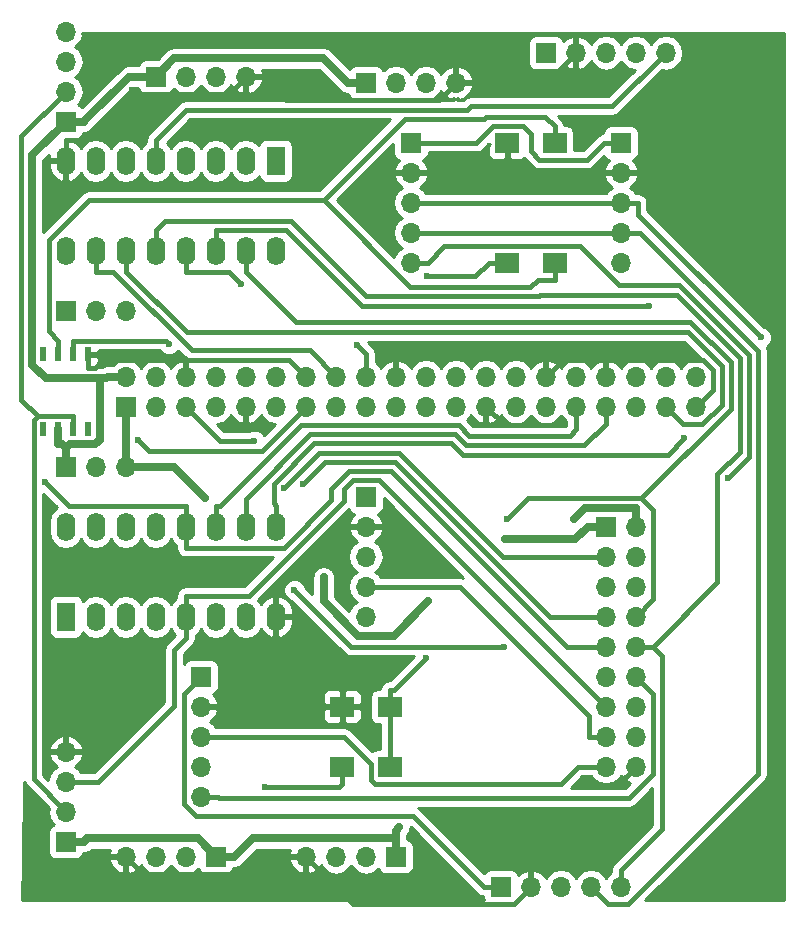
<source format=gbr>
G04 #@! TF.FileFunction,Copper,L2,Bot,Signal*
%FSLAX46Y46*%
G04 Gerber Fmt 4.6, Leading zero omitted, Abs format (unit mm)*
G04 Created by KiCad (PCBNEW 4.0.4-stable) date 04/16/17 22:08:56*
%MOMM*%
%LPD*%
G01*
G04 APERTURE LIST*
%ADD10C,0.100000*%
%ADD11R,1.700000X1.700000*%
%ADD12O,1.700000X1.700000*%
%ADD13R,2.000000X1.700000*%
%ADD14R,1.600000X2.400000*%
%ADD15O,1.600000X2.400000*%
%ADD16R,0.508000X1.143000*%
%ADD17C,0.600000*%
%ADD18C,0.635000*%
%ADD19C,0.381000*%
%ADD20C,0.254000*%
G04 APERTURE END LIST*
D10*
D11*
X121920000Y-65532000D03*
D12*
X124460000Y-65532000D03*
X127000000Y-65532000D03*
D11*
X121920000Y-78740000D03*
D12*
X124460000Y-78740000D03*
X127000000Y-78740000D03*
D11*
X127000000Y-73660000D03*
D12*
X127000000Y-71120000D03*
X129540000Y-73660000D03*
X129540000Y-71120000D03*
X132080000Y-73660000D03*
X132080000Y-71120000D03*
X134620000Y-73660000D03*
X134620000Y-71120000D03*
X137160000Y-73660000D03*
X137160000Y-71120000D03*
X139700000Y-73660000D03*
X139700000Y-71120000D03*
X142240000Y-73660000D03*
X142240000Y-71120000D03*
X144780000Y-73660000D03*
X144780000Y-71120000D03*
X147320000Y-73660000D03*
X147320000Y-71120000D03*
X149860000Y-73660000D03*
X149860000Y-71120000D03*
X152400000Y-73660000D03*
X152400000Y-71120000D03*
X154940000Y-73660000D03*
X154940000Y-71120000D03*
X157480000Y-73660000D03*
X157480000Y-71120000D03*
X160020000Y-73660000D03*
X160020000Y-71120000D03*
X162560000Y-73660000D03*
X162560000Y-71120000D03*
X165100000Y-73660000D03*
X165100000Y-71120000D03*
X167640000Y-73660000D03*
X167640000Y-71120000D03*
X170180000Y-73660000D03*
X170180000Y-71120000D03*
X172720000Y-73660000D03*
X172720000Y-71120000D03*
X175260000Y-73660000D03*
X175260000Y-71120000D03*
D11*
X147320000Y-46228000D03*
D12*
X149860000Y-46228000D03*
X152400000Y-46228000D03*
X154940000Y-46228000D03*
D11*
X134620000Y-111760000D03*
D12*
X132080000Y-111760000D03*
X129540000Y-111760000D03*
X127000000Y-111760000D03*
D11*
X129540000Y-45720000D03*
D12*
X132080000Y-45720000D03*
X134620000Y-45720000D03*
X137160000Y-45720000D03*
D11*
X121920000Y-49530000D03*
D12*
X121920000Y-46990000D03*
X121920000Y-44450000D03*
X121920000Y-41910000D03*
D11*
X149860000Y-111760000D03*
D12*
X147320000Y-111760000D03*
X144780000Y-111760000D03*
X142240000Y-111760000D03*
D11*
X121920000Y-110490000D03*
D12*
X121920000Y-107950000D03*
X121920000Y-105410000D03*
X121920000Y-102870000D03*
D13*
X149320000Y-104140000D03*
X145320000Y-104140000D03*
X149320000Y-99060000D03*
X145320000Y-99060000D03*
X159290000Y-61468000D03*
X163290000Y-61468000D03*
X163290000Y-51308000D03*
X159290000Y-51308000D03*
D14*
X139700000Y-52832000D03*
D15*
X121920000Y-60452000D03*
X137160000Y-52832000D03*
X124460000Y-60452000D03*
X134620000Y-52832000D03*
X127000000Y-60452000D03*
X132080000Y-52832000D03*
X129540000Y-60452000D03*
X129540000Y-52832000D03*
X132080000Y-60452000D03*
X127000000Y-52832000D03*
X134620000Y-60452000D03*
X124460000Y-52832000D03*
X137160000Y-60452000D03*
X121920000Y-52832000D03*
X139700000Y-60452000D03*
D11*
X151130000Y-51308000D03*
D12*
X151130000Y-53848000D03*
X151130000Y-56388000D03*
X151130000Y-58928000D03*
X151130000Y-61468000D03*
D11*
X168910000Y-51308000D03*
D12*
X168910000Y-53848000D03*
X168910000Y-56388000D03*
X168910000Y-58928000D03*
X168910000Y-61468000D03*
D11*
X147320000Y-81280000D03*
D12*
X147320000Y-83820000D03*
X147320000Y-86360000D03*
X147320000Y-88900000D03*
X147320000Y-91440000D03*
D11*
X158750000Y-114300000D03*
D12*
X161290000Y-114300000D03*
X163830000Y-114300000D03*
X166370000Y-114300000D03*
X168910000Y-114300000D03*
D11*
X133350000Y-96520000D03*
D12*
X133350000Y-99060000D03*
X133350000Y-101600000D03*
X133350000Y-104140000D03*
X133350000Y-106680000D03*
D11*
X162560000Y-43688000D03*
D12*
X165100000Y-43688000D03*
X167640000Y-43688000D03*
X170180000Y-43688000D03*
X172720000Y-43688000D03*
D16*
X120015000Y-75565000D03*
X121285000Y-75565000D03*
X122555000Y-75565000D03*
X123825000Y-75565000D03*
X123825000Y-69215000D03*
X122555000Y-69215000D03*
X121285000Y-69215000D03*
X120015000Y-69215000D03*
D14*
X121920000Y-91440000D03*
D15*
X139700000Y-83820000D03*
X124460000Y-91440000D03*
X137160000Y-83820000D03*
X127000000Y-91440000D03*
X134620000Y-83820000D03*
X129540000Y-91440000D03*
X132080000Y-83820000D03*
X132080000Y-91440000D03*
X129540000Y-83820000D03*
X134620000Y-91440000D03*
X127000000Y-83820000D03*
X137160000Y-91440000D03*
X124460000Y-83820000D03*
X139700000Y-91440000D03*
X121920000Y-83820000D03*
D11*
X167640000Y-83820000D03*
D12*
X170180000Y-83820000D03*
X167640000Y-86360000D03*
X170180000Y-86360000D03*
X167640000Y-88900000D03*
X170180000Y-88900000D03*
X167640000Y-91440000D03*
X170180000Y-91440000D03*
X167640000Y-93980000D03*
X170180000Y-93980000D03*
X167640000Y-96520000D03*
X170180000Y-96520000D03*
X167640000Y-99060000D03*
X170180000Y-99060000D03*
X167640000Y-101600000D03*
X170180000Y-101600000D03*
X167640000Y-104140000D03*
X170180000Y-104140000D03*
D17*
X121920000Y-71268300D03*
X164903300Y-83201200D03*
X150147700Y-109255200D03*
X159113800Y-84899900D03*
X152612300Y-90078700D03*
X143740000Y-88095700D03*
X133730700Y-81426600D03*
X180745000Y-67800000D03*
X137881400Y-76541700D03*
X128993500Y-99821300D03*
X150605500Y-83820000D03*
X164207400Y-75246400D03*
X127478200Y-46879800D03*
X165269900Y-105883700D03*
X128028900Y-76491600D03*
X146607100Y-68455100D03*
X152510400Y-62610300D03*
X130656800Y-68371900D03*
X152377100Y-94966500D03*
X174288600Y-76331800D03*
X138754800Y-105863600D03*
X140384900Y-80537300D03*
X159036600Y-93967400D03*
X141261700Y-89179200D03*
X141954000Y-80216100D03*
X120188200Y-80024300D03*
X177941800Y-79728800D03*
X136753900Y-63230600D03*
X171256300Y-65122700D03*
X159301900Y-83130200D03*
D18*
X147320000Y-46228000D02*
X145771200Y-46228000D01*
X143709400Y-44166200D02*
X145771200Y-46228000D01*
X131093800Y-44166200D02*
X143709400Y-44166200D01*
X129540000Y-45720000D02*
X131093800Y-44166200D01*
X121285000Y-75565000D02*
X121285000Y-76835300D01*
X121920000Y-78740000D02*
X121920000Y-77445300D01*
X134620000Y-111760000D02*
X136168800Y-111760000D01*
X133071100Y-110211100D02*
X134620000Y-111760000D01*
X123747700Y-110211100D02*
X133071100Y-110211100D01*
X123468800Y-110490000D02*
X123747700Y-110211100D01*
X121920000Y-110490000D02*
X123468800Y-110490000D01*
X121920000Y-77445300D02*
X121920000Y-77191300D01*
X121564000Y-76835300D02*
X121285000Y-76835300D01*
X121920000Y-77191300D02*
X121564000Y-76835300D01*
X127000000Y-71120000D02*
X125451200Y-71120000D01*
X124787200Y-76443400D02*
X124787200Y-71268300D01*
X124388800Y-76841800D02*
X124787200Y-76443400D01*
X122269500Y-76841800D02*
X124388800Y-76841800D01*
X121920000Y-77191300D02*
X122269500Y-76841800D01*
X125302900Y-71268300D02*
X125451200Y-71120000D01*
X124787200Y-71268300D02*
X125302900Y-71268300D01*
X124787200Y-71268300D02*
X121920000Y-71268300D01*
X119062100Y-52387900D02*
X121920000Y-49530000D01*
X119062100Y-70095100D02*
X119062100Y-52387900D01*
X120235300Y-71268300D02*
X119062100Y-70095100D01*
X121920000Y-71268300D02*
X120235300Y-71268300D01*
X121920000Y-49530000D02*
X123468800Y-49530000D01*
X123468800Y-49476800D02*
X123468800Y-49530000D01*
X127225600Y-45720000D02*
X123468800Y-49476800D01*
X129540000Y-45720000D02*
X127225600Y-45720000D01*
X165833300Y-82271200D02*
X164903300Y-83201200D01*
X170180000Y-82271200D02*
X165833300Y-82271200D01*
X149860000Y-109542900D02*
X149860000Y-110200500D01*
X150147700Y-109255200D02*
X149860000Y-109542900D01*
X137728300Y-110200500D02*
X149860000Y-110200500D01*
X136168800Y-111760000D02*
X137728300Y-110200500D01*
X149860000Y-110200500D02*
X149860000Y-111760000D01*
X170180000Y-83820000D02*
X170180000Y-82271200D01*
D19*
X151346000Y-108317800D02*
X157328200Y-114300000D01*
X132972900Y-108317800D02*
X151346000Y-108317800D01*
X131928100Y-107273000D02*
X132972900Y-108317800D01*
X131928100Y-97941900D02*
X131928100Y-107273000D01*
X133350000Y-96520000D02*
X131928100Y-97941900D01*
X158750000Y-114300000D02*
X157328200Y-114300000D01*
X168910000Y-51308000D02*
X167488200Y-51308000D01*
X151130000Y-51308000D02*
X152551800Y-51308000D01*
X156631500Y-51308000D02*
X152551800Y-51308000D01*
X158053300Y-49886200D02*
X156631500Y-51308000D01*
X160614600Y-49886200D02*
X158053300Y-49886200D01*
X161290000Y-50561600D02*
X160614600Y-49886200D01*
X161290000Y-52047500D02*
X161290000Y-50561600D01*
X161972400Y-52729900D02*
X161290000Y-52047500D01*
X166066300Y-52729900D02*
X161972400Y-52729900D01*
X167488200Y-51308000D02*
X166066300Y-52729900D01*
D18*
X127000000Y-73660000D02*
X127000000Y-75208800D01*
X127000000Y-78740000D02*
X127000000Y-77191200D01*
X127000000Y-77191200D02*
X127000000Y-75208800D01*
X167640000Y-83820000D02*
X166091200Y-83820000D01*
X131044100Y-78740000D02*
X133730700Y-81426600D01*
X127000000Y-78740000D02*
X131044100Y-78740000D01*
X149657600Y-93033400D02*
X152612300Y-90078700D01*
X146640700Y-93033400D02*
X149657600Y-93033400D01*
X143740000Y-90132700D02*
X146640700Y-93033400D01*
X143740000Y-88095700D02*
X143740000Y-90132700D01*
X165011300Y-84899900D02*
X159113800Y-84899900D01*
X166091200Y-83820000D02*
X165011300Y-84899900D01*
D19*
X168910000Y-58928000D02*
X167488200Y-58928000D01*
X167488200Y-58928000D02*
X152551800Y-58928000D01*
X151130000Y-58928000D02*
X152551800Y-58928000D01*
X167640000Y-101600000D02*
X166218200Y-101600000D01*
X147320000Y-88900000D02*
X148741800Y-88900000D01*
X155265500Y-88900000D02*
X148741800Y-88900000D01*
X166218200Y-99852700D02*
X155265500Y-88900000D01*
X166218200Y-101600000D02*
X166218200Y-99852700D01*
X168910000Y-58928000D02*
X170331800Y-58928000D01*
X170486100Y-58928000D02*
X170331800Y-58928000D01*
X180497300Y-68939200D02*
X170486100Y-58928000D01*
X180497300Y-104734700D02*
X180497300Y-68939200D01*
X169499000Y-115733000D02*
X180497300Y-104734700D01*
X167803000Y-115733000D02*
X169499000Y-115733000D01*
X166370000Y-114300000D02*
X167803000Y-115733000D01*
X151130000Y-56388000D02*
X152551800Y-56388000D01*
X145445000Y-101600000D02*
X133350000Y-101600000D01*
X147748100Y-103903100D02*
X145445000Y-101600000D01*
X147748100Y-105246300D02*
X147748100Y-103903100D01*
X148105900Y-105604100D02*
X147748100Y-105246300D01*
X163830000Y-105604100D02*
X148105900Y-105604100D01*
X165294100Y-104140000D02*
X163830000Y-105604100D01*
X167640000Y-104140000D02*
X165294100Y-104140000D01*
X152551800Y-56388000D02*
X168910000Y-56388000D01*
X168910000Y-56388000D02*
X170331800Y-56388000D01*
X170331800Y-57386800D02*
X180745000Y-67800000D01*
X170331800Y-56388000D02*
X170331800Y-57386800D01*
X134961700Y-76541700D02*
X132080000Y-73660000D01*
X137881400Y-76541700D02*
X134961700Y-76541700D01*
X139700000Y-91070400D02*
X139700000Y-89668200D01*
X139700000Y-91070400D02*
X139700000Y-91440000D01*
X167640000Y-71120000D02*
X167640000Y-69698200D01*
X175849400Y-69698200D02*
X167640000Y-69698200D01*
X176682700Y-70531500D02*
X175849400Y-69698200D01*
X176682700Y-72237300D02*
X176682700Y-70531500D01*
X175260000Y-73660000D02*
X176682700Y-72237300D01*
X163981800Y-69698200D02*
X162560000Y-71120000D01*
X167640000Y-69698200D02*
X163981800Y-69698200D01*
X126390500Y-99821300D02*
X128993500Y-99821300D01*
X123341800Y-102870000D02*
X126390500Y-99821300D01*
X121920000Y-102870000D02*
X123341800Y-102870000D01*
X146609100Y-83820000D02*
X145898200Y-83820000D01*
X121920000Y-52832000D02*
X121920000Y-51060200D01*
X139700000Y-91440000D02*
X139700000Y-93211800D01*
X133350000Y-99060000D02*
X134771800Y-99060000D01*
X145320000Y-99060000D02*
X145320000Y-97638200D01*
X139700000Y-96237700D02*
X139700000Y-93211800D01*
X137594100Y-96237700D02*
X139700000Y-96237700D01*
X134771800Y-99060000D02*
X137594100Y-96237700D01*
X143919500Y-96237700D02*
X145320000Y-97638200D01*
X139700000Y-96237700D02*
X143919500Y-96237700D01*
X137160000Y-45720000D02*
X138581800Y-45720000D01*
X140527400Y-47665600D02*
X138581800Y-45720000D01*
X153502400Y-47665600D02*
X140527400Y-47665600D01*
X154940000Y-46228000D02*
X153502400Y-47665600D01*
X145269100Y-83820000D02*
X145898200Y-83820000D01*
X139700000Y-89389100D02*
X145269100Y-83820000D01*
X139700000Y-89668200D02*
X139700000Y-89389100D01*
X132080000Y-71120000D02*
X132080000Y-69698200D01*
X140818200Y-69698200D02*
X132080000Y-69698200D01*
X142240000Y-71120000D02*
X140818200Y-69698200D01*
X125001200Y-69698200D02*
X132080000Y-69698200D01*
X124341100Y-70358300D02*
X125001200Y-69698200D01*
X123825000Y-70358300D02*
X124341100Y-70358300D01*
X146201900Y-115721900D02*
X142240000Y-111760000D01*
X159868100Y-115721900D02*
X146201900Y-115721900D01*
X161290000Y-114300000D02*
X159868100Y-115721900D01*
X139354600Y-113223600D02*
X140818200Y-111760000D01*
X128463600Y-113223600D02*
X139354600Y-113223600D01*
X127000000Y-111760000D02*
X128463600Y-113223600D01*
X142240000Y-111760000D02*
X140818200Y-111760000D01*
X146609100Y-83820000D02*
X147320000Y-83820000D01*
X147320000Y-83820000D02*
X148741800Y-83820000D01*
X162560000Y-46228000D02*
X154940000Y-46228000D01*
X165100000Y-43688000D02*
X162560000Y-46228000D01*
X123825000Y-69215000D02*
X123825000Y-70358300D01*
X148741800Y-83820000D02*
X150605500Y-83820000D01*
X159066400Y-75246400D02*
X164207400Y-75246400D01*
X157480000Y-73660000D02*
X159066400Y-75246400D01*
X127740600Y-47142200D02*
X127478200Y-46879800D01*
X135737800Y-47142200D02*
X127740600Y-47142200D01*
X137160000Y-45720000D02*
X135737800Y-47142200D01*
X123297800Y-51060200D02*
X121920000Y-51060200D01*
X127478200Y-46879800D02*
X123297800Y-51060200D01*
X168436300Y-105883700D02*
X165269900Y-105883700D01*
X170180000Y-104140000D02*
X168436300Y-105883700D01*
X159290000Y-51308000D02*
X159290000Y-52729800D01*
X158171800Y-53848000D02*
X159290000Y-52729800D01*
X151130000Y-53848000D02*
X158171800Y-53848000D01*
X160408200Y-53848000D02*
X159290000Y-52729800D01*
X168910000Y-53848000D02*
X160408200Y-53848000D01*
X128951100Y-77413800D02*
X128028900Y-76491600D01*
X138486200Y-77413800D02*
X128951100Y-77413800D01*
X142240000Y-73660000D02*
X138486200Y-77413800D01*
X142544600Y-68884600D02*
X144780000Y-71120000D01*
X132582400Y-68884600D02*
X142544600Y-68884600D01*
X125921600Y-62223800D02*
X132582400Y-68884600D01*
X124460000Y-62223800D02*
X125921600Y-62223800D01*
X124460000Y-60452000D02*
X124460000Y-62223800D01*
X147320000Y-71120000D02*
X147320000Y-69698200D01*
X147320000Y-69168000D02*
X147320000Y-69698200D01*
X146607100Y-68455100D02*
X147320000Y-69168000D01*
X156575900Y-62610300D02*
X157718200Y-61468000D01*
X152510400Y-62610300D02*
X156575900Y-62610300D01*
X159290000Y-61468000D02*
X157718200Y-61468000D01*
X122555000Y-69215000D02*
X122555000Y-68071700D01*
X130356600Y-68071700D02*
X130656800Y-68371900D01*
X122555000Y-68071700D02*
X130356600Y-68071700D01*
X149320000Y-99060000D02*
X149320000Y-104140000D01*
X149320000Y-99060000D02*
X149320000Y-97638200D01*
X149705400Y-97638200D02*
X152377100Y-94966500D01*
X149320000Y-97638200D02*
X149705400Y-97638200D01*
X134620000Y-83820000D02*
X134620000Y-82048200D01*
X165100000Y-73660000D02*
X165100000Y-75081800D01*
X135004100Y-82048200D02*
X134620000Y-82048200D01*
X141810200Y-75242100D02*
X135004100Y-82048200D01*
X155189400Y-75242100D02*
X141810200Y-75242100D01*
X156074900Y-76127600D02*
X155189400Y-75242100D01*
X164559100Y-76127600D02*
X156074900Y-76127600D01*
X165100000Y-75586700D02*
X164559100Y-76127600D01*
X165100000Y-75081800D02*
X165100000Y-75586700D01*
X139700000Y-83820000D02*
X139700000Y-82048200D01*
X172913100Y-77707300D02*
X174288600Y-76331800D01*
X155498600Y-77707300D02*
X172913100Y-77707300D01*
X154558000Y-76766700D02*
X155498600Y-77707300D01*
X142919100Y-76766700D02*
X154558000Y-76766700D01*
X139500200Y-80185600D02*
X142919100Y-76766700D01*
X139500200Y-81848400D02*
X139500200Y-80185600D01*
X139700000Y-82048200D02*
X139500200Y-81848400D01*
X137160000Y-83820000D02*
X137160000Y-82048200D01*
X167640000Y-73660000D02*
X167640000Y-75081800D01*
X137160000Y-81443700D02*
X137160000Y-82048200D01*
X142599300Y-76004400D02*
X137160000Y-81443700D01*
X154873700Y-76004400D02*
X142599300Y-76004400D01*
X155808700Y-76939400D02*
X154873700Y-76004400D01*
X165782400Y-76939400D02*
X155808700Y-76939400D01*
X167640000Y-75081800D02*
X165782400Y-76939400D01*
X127000000Y-60452000D02*
X127000000Y-62223800D01*
X132136100Y-67359900D02*
X127000000Y-62223800D01*
X174589300Y-67359900D02*
X132136100Y-67359900D01*
X177445100Y-70215700D02*
X174589300Y-67359900D01*
X177445100Y-73490300D02*
X177445100Y-70215700D01*
X175801400Y-75134000D02*
X177445100Y-73490300D01*
X174194000Y-75134000D02*
X175801400Y-75134000D01*
X172720000Y-73660000D02*
X174194000Y-75134000D01*
X145018200Y-105863600D02*
X145320000Y-105561800D01*
X138754800Y-105863600D02*
X145018200Y-105863600D01*
X145320000Y-104140000D02*
X145320000Y-105561800D01*
X121285000Y-69215000D02*
X121285000Y-68071700D01*
X163290000Y-61468000D02*
X163290000Y-62889800D01*
X163290000Y-51308000D02*
X163290000Y-49886200D01*
X161868200Y-62889800D02*
X163290000Y-62889800D01*
X161247500Y-63510500D02*
X161868200Y-62889800D01*
X151085000Y-63510500D02*
X161247500Y-63510500D01*
X143729600Y-56155100D02*
X151085000Y-63510500D01*
X150616000Y-49268700D02*
X143729600Y-56155100D01*
X157280400Y-49268700D02*
X150616000Y-49268700D01*
X157450500Y-49098600D02*
X157280400Y-49268700D01*
X162502400Y-49098600D02*
X157450500Y-49098600D01*
X163290000Y-49886200D02*
X162502400Y-49098600D01*
X120469500Y-67256200D02*
X121285000Y-68071700D01*
X120469500Y-59542800D02*
X120469500Y-67256200D01*
X123857200Y-56155100D02*
X120469500Y-59542800D01*
X143729600Y-56155100D02*
X123857200Y-56155100D01*
X122555000Y-75565000D02*
X122555000Y-74421700D01*
X118153500Y-50756500D02*
X121920000Y-46990000D01*
X118153500Y-73060500D02*
X118153500Y-50756500D01*
X119514600Y-74421600D02*
X118153500Y-73060500D01*
X119189100Y-74747100D02*
X119514600Y-74421600D01*
X119189100Y-105219100D02*
X119189100Y-74747100D01*
X121920000Y-107950000D02*
X119189100Y-105219100D01*
X122555000Y-74421600D02*
X122555000Y-74421700D01*
X119514600Y-74421600D02*
X122555000Y-74421600D01*
X167640000Y-86360000D02*
X166218200Y-86360000D01*
X143362000Y-77560200D02*
X140384900Y-80537300D01*
X150107200Y-77560200D02*
X143362000Y-77560200D01*
X158907000Y-86360000D02*
X150107200Y-77560200D01*
X166218200Y-86360000D02*
X158907000Y-86360000D01*
X146049900Y-93967400D02*
X159036600Y-93967400D01*
X141261700Y-89179200D02*
X146049900Y-93967400D01*
X167640000Y-91440000D02*
X166218200Y-91440000D01*
X143847600Y-78322500D02*
X141954000Y-80216100D01*
X149791500Y-78322500D02*
X143847600Y-78322500D01*
X162909000Y-91440000D02*
X149791500Y-78322500D01*
X166218200Y-91440000D02*
X162909000Y-91440000D01*
X167640000Y-93980000D02*
X166218200Y-93980000D01*
X132080000Y-83820000D02*
X132080000Y-85591800D01*
X122212100Y-82048200D02*
X120188200Y-80024300D01*
X132080000Y-82048200D02*
X122212100Y-82048200D01*
X132080000Y-83820000D02*
X132080000Y-82048200D01*
X140355300Y-85591800D02*
X132080000Y-85591800D01*
X144398800Y-81548300D02*
X140355300Y-85591800D01*
X144398800Y-80605100D02*
X144398800Y-81548300D01*
X145919100Y-79084800D02*
X144398800Y-80605100D01*
X149475800Y-79084800D02*
X145919100Y-79084800D01*
X164371000Y-93980000D02*
X149475800Y-79084800D01*
X166218200Y-93980000D02*
X164371000Y-93980000D01*
X132080000Y-91440000D02*
X132080000Y-93211800D01*
X131066100Y-94225700D02*
X132080000Y-93211800D01*
X131066100Y-98981600D02*
X131066100Y-94225700D01*
X124637700Y-105410000D02*
X131066100Y-98981600D01*
X121920000Y-105410000D02*
X124637700Y-105410000D01*
X137381400Y-89668200D02*
X132080000Y-89668200D01*
X145430700Y-81618900D02*
X137381400Y-89668200D01*
X145430700Y-80651200D02*
X145430700Y-81618900D01*
X146234800Y-79847100D02*
X145430700Y-80651200D01*
X148427100Y-79847100D02*
X146234800Y-79847100D01*
X167640000Y-99060000D02*
X148427100Y-79847100D01*
X132080000Y-91440000D02*
X132080000Y-89668200D01*
X134863700Y-106771900D02*
X134771800Y-106680000D01*
X169568300Y-106771900D02*
X134863700Y-106771900D01*
X171601900Y-104738300D02*
X169568300Y-106771900D01*
X171601900Y-97941900D02*
X171601900Y-104738300D01*
X170180000Y-96520000D02*
X171601900Y-97941900D01*
X133350000Y-106680000D02*
X134771800Y-106680000D01*
X168910000Y-114300000D02*
X168910000Y-112878200D01*
X170180000Y-93980000D02*
X171601800Y-93980000D01*
X172386100Y-109402100D02*
X168910000Y-112878200D01*
X172386100Y-94764300D02*
X172386100Y-109402100D01*
X171601800Y-93980000D02*
X172386100Y-94764300D01*
X129540000Y-60452000D02*
X129540000Y-58680200D01*
X130302300Y-57917900D02*
X129540000Y-58680200D01*
X140948200Y-57917900D02*
X130302300Y-57917900D01*
X147303200Y-64272900D02*
X140948200Y-57917900D01*
X161985700Y-64272900D02*
X147303200Y-64272900D01*
X162039300Y-64219300D02*
X161985700Y-64272900D01*
X173621400Y-64219300D02*
X162039300Y-64219300D01*
X178972700Y-69570600D02*
X173621400Y-64219300D01*
X178972700Y-77465100D02*
X178972700Y-69570600D01*
X177070000Y-79367800D02*
X178972700Y-77465100D01*
X177070000Y-88511800D02*
X177070000Y-79367800D01*
X171601800Y-93980000D02*
X177070000Y-88511800D01*
X132093900Y-48506300D02*
X129540000Y-51060200D01*
X155889700Y-48506300D02*
X132093900Y-48506300D01*
X156175300Y-48220700D02*
X155889700Y-48506300D01*
X168187300Y-48220700D02*
X156175300Y-48220700D01*
X172720000Y-43688000D02*
X168187300Y-48220700D01*
X129540000Y-52832000D02*
X129540000Y-51060200D01*
X151130000Y-61468000D02*
X152551800Y-61468000D01*
X179735000Y-77935600D02*
X177941800Y-79728800D01*
X179735000Y-69254900D02*
X179735000Y-77935600D01*
X173865800Y-63385700D02*
X179735000Y-69254900D01*
X168747800Y-63385700D02*
X173865800Y-63385700D01*
X165408200Y-60046100D02*
X168747800Y-63385700D01*
X153973700Y-60046100D02*
X165408200Y-60046100D01*
X152551800Y-61468000D02*
X153973700Y-60046100D01*
X135747100Y-62223800D02*
X136753900Y-63230600D01*
X132080000Y-62223800D02*
X135747100Y-62223800D01*
X132080000Y-60452000D02*
X132080000Y-62223800D01*
X140567100Y-58680200D02*
X134620000Y-58680200D01*
X147009600Y-65122700D02*
X140567100Y-58680200D01*
X171256300Y-65122700D02*
X147009600Y-65122700D01*
X134620000Y-60452000D02*
X134620000Y-58680200D01*
X137160000Y-60452000D02*
X137160000Y-62223800D01*
X141388800Y-66452600D02*
X137160000Y-62223800D01*
X174776700Y-66452600D02*
X141388800Y-66452600D01*
X178210400Y-69886300D02*
X174776700Y-66452600D01*
X178210400Y-73822900D02*
X178210400Y-69886300D01*
X170651500Y-81381800D02*
X178210400Y-73822900D01*
X161050300Y-81381800D02*
X159301900Y-83130200D01*
X170651500Y-81381800D02*
X161050300Y-81381800D01*
X171642800Y-82373100D02*
X170651500Y-81381800D01*
X171642800Y-89977200D02*
X171642800Y-82373100D01*
X170180000Y-91440000D02*
X171642800Y-89977200D01*
D20*
G36*
X182753000Y-115443000D02*
X170956434Y-115443000D01*
X181081017Y-105318417D01*
X181259963Y-105050606D01*
X181322800Y-104734700D01*
X181322800Y-68939205D01*
X181322801Y-68939200D01*
X181259963Y-68623295D01*
X181247186Y-68604173D01*
X181273943Y-68593117D01*
X181537192Y-68330327D01*
X181679838Y-67986799D01*
X181680162Y-67614833D01*
X181538117Y-67271057D01*
X181275327Y-67007808D01*
X181010115Y-66897682D01*
X171157300Y-57044866D01*
X171157300Y-56388000D01*
X171094463Y-56072095D01*
X170915517Y-55804283D01*
X170647705Y-55625337D01*
X170331800Y-55562500D01*
X170139189Y-55562500D01*
X169989147Y-55337946D01*
X169648447Y-55110298D01*
X169791358Y-55043183D01*
X170181645Y-54614924D01*
X170351476Y-54204890D01*
X170230155Y-53975000D01*
X169037000Y-53975000D01*
X169037000Y-53995000D01*
X168783000Y-53995000D01*
X168783000Y-53975000D01*
X167589845Y-53975000D01*
X167468524Y-54204890D01*
X167638355Y-54614924D01*
X168028642Y-55043183D01*
X168171553Y-55110298D01*
X167830853Y-55337946D01*
X167680811Y-55562500D01*
X152359189Y-55562500D01*
X152209147Y-55337946D01*
X151868447Y-55110298D01*
X152011358Y-55043183D01*
X152401645Y-54614924D01*
X152571476Y-54204890D01*
X152450155Y-53975000D01*
X151257000Y-53975000D01*
X151257000Y-53995000D01*
X151003000Y-53995000D01*
X151003000Y-53975000D01*
X149809845Y-53975000D01*
X149688524Y-54204890D01*
X149858355Y-54614924D01*
X150248642Y-55043183D01*
X150391553Y-55110298D01*
X150050853Y-55337946D01*
X149728946Y-55819715D01*
X149615907Y-56388000D01*
X149728946Y-56956285D01*
X150050853Y-57438054D01*
X150380026Y-57658000D01*
X150050853Y-57877946D01*
X149728946Y-58359715D01*
X149615907Y-58928000D01*
X149728946Y-59496285D01*
X150050853Y-59978054D01*
X150380026Y-60198000D01*
X150050853Y-60417946D01*
X149728946Y-60899715D01*
X149714462Y-60972529D01*
X144897034Y-56155100D01*
X149632560Y-51419573D01*
X149632560Y-52158000D01*
X149676838Y-52393317D01*
X149815910Y-52609441D01*
X150028110Y-52754431D01*
X150136107Y-52776301D01*
X149858355Y-53081076D01*
X149688524Y-53491110D01*
X149809845Y-53721000D01*
X151003000Y-53721000D01*
X151003000Y-53701000D01*
X151257000Y-53701000D01*
X151257000Y-53721000D01*
X152450155Y-53721000D01*
X152571476Y-53491110D01*
X152401645Y-53081076D01*
X152125499Y-52778063D01*
X152215317Y-52761162D01*
X152431441Y-52622090D01*
X152576431Y-52409890D01*
X152627440Y-52158000D01*
X152627440Y-52133500D01*
X156631500Y-52133500D01*
X156947406Y-52070663D01*
X157215217Y-51891717D01*
X157671932Y-51435002D01*
X157813748Y-51435002D01*
X157655000Y-51593750D01*
X157655000Y-52284310D01*
X157751673Y-52517699D01*
X157930302Y-52696327D01*
X158163691Y-52793000D01*
X159004250Y-52793000D01*
X159163000Y-52634250D01*
X159163000Y-51435000D01*
X159143000Y-51435000D01*
X159143000Y-51181000D01*
X159163000Y-51181000D01*
X159163000Y-51161000D01*
X159417000Y-51161000D01*
X159417000Y-51181000D01*
X159437000Y-51181000D01*
X159437000Y-51435000D01*
X159417000Y-51435000D01*
X159417000Y-52634250D01*
X159575750Y-52793000D01*
X160416309Y-52793000D01*
X160649698Y-52696327D01*
X160710546Y-52635480D01*
X161388681Y-53313614D01*
X161388683Y-53313617D01*
X161456604Y-53359000D01*
X161656494Y-53492563D01*
X161972400Y-53555400D01*
X166066300Y-53555400D01*
X166382206Y-53492563D01*
X166650017Y-53313617D01*
X167501269Y-52462365D01*
X167595910Y-52609441D01*
X167808110Y-52754431D01*
X167916107Y-52776301D01*
X167638355Y-53081076D01*
X167468524Y-53491110D01*
X167589845Y-53721000D01*
X168783000Y-53721000D01*
X168783000Y-53701000D01*
X169037000Y-53701000D01*
X169037000Y-53721000D01*
X170230155Y-53721000D01*
X170351476Y-53491110D01*
X170181645Y-53081076D01*
X169905499Y-52778063D01*
X169995317Y-52761162D01*
X170211441Y-52622090D01*
X170356431Y-52409890D01*
X170407440Y-52158000D01*
X170407440Y-50458000D01*
X170363162Y-50222683D01*
X170224090Y-50006559D01*
X170011890Y-49861569D01*
X169760000Y-49810560D01*
X168060000Y-49810560D01*
X167824683Y-49854838D01*
X167608559Y-49993910D01*
X167463569Y-50206110D01*
X167412560Y-50458000D01*
X167412560Y-50497546D01*
X167172294Y-50545337D01*
X167067562Y-50615317D01*
X166904483Y-50724283D01*
X166904481Y-50724286D01*
X165724366Y-51904400D01*
X164937440Y-51904400D01*
X164937440Y-50458000D01*
X164893162Y-50222683D01*
X164754090Y-50006559D01*
X164541890Y-49861569D01*
X164290000Y-49810560D01*
X164100455Y-49810560D01*
X164052663Y-49570295D01*
X164025739Y-49530000D01*
X163873717Y-49302483D01*
X163873714Y-49302481D01*
X163617433Y-49046200D01*
X168187300Y-49046200D01*
X168503206Y-48983363D01*
X168771017Y-48804417D01*
X172430855Y-45144579D01*
X172720000Y-45202093D01*
X173288285Y-45089054D01*
X173770054Y-44767147D01*
X174091961Y-44285378D01*
X174205000Y-43717093D01*
X174205000Y-43658907D01*
X174091961Y-43090622D01*
X173770054Y-42608853D01*
X173288285Y-42286946D01*
X172720000Y-42173907D01*
X172151715Y-42286946D01*
X171669946Y-42608853D01*
X171450000Y-42938026D01*
X171230054Y-42608853D01*
X170748285Y-42286946D01*
X170180000Y-42173907D01*
X169611715Y-42286946D01*
X169129946Y-42608853D01*
X168910000Y-42938026D01*
X168690054Y-42608853D01*
X168208285Y-42286946D01*
X167640000Y-42173907D01*
X167071715Y-42286946D01*
X166589946Y-42608853D01*
X166362298Y-42949553D01*
X166295183Y-42806642D01*
X165866924Y-42416355D01*
X165456890Y-42246524D01*
X165227000Y-42367845D01*
X165227000Y-43561000D01*
X165247000Y-43561000D01*
X165247000Y-43815000D01*
X165227000Y-43815000D01*
X165227000Y-45008155D01*
X165456890Y-45129476D01*
X165866924Y-44959645D01*
X166295183Y-44569358D01*
X166362298Y-44426447D01*
X166589946Y-44767147D01*
X167071715Y-45089054D01*
X167640000Y-45202093D01*
X168208285Y-45089054D01*
X168690054Y-44767147D01*
X168910000Y-44437974D01*
X169129946Y-44767147D01*
X169611715Y-45089054D01*
X170061954Y-45178612D01*
X167845366Y-47395200D01*
X156175300Y-47395200D01*
X155859395Y-47458037D01*
X155591583Y-47636983D01*
X155591581Y-47636986D01*
X155547767Y-47680800D01*
X155067002Y-47680800D01*
X155067002Y-47548156D01*
X155296890Y-47669476D01*
X155706924Y-47499645D01*
X156135183Y-47109358D01*
X156381486Y-46584892D01*
X156260819Y-46355000D01*
X155067000Y-46355000D01*
X155067000Y-46375000D01*
X154813000Y-46375000D01*
X154813000Y-46355000D01*
X154793000Y-46355000D01*
X154793000Y-46101000D01*
X154813000Y-46101000D01*
X154813000Y-44907845D01*
X155067000Y-44907845D01*
X155067000Y-46101000D01*
X156260819Y-46101000D01*
X156381486Y-45871108D01*
X156135183Y-45346642D01*
X155706924Y-44956355D01*
X155296890Y-44786524D01*
X155067000Y-44907845D01*
X154813000Y-44907845D01*
X154583110Y-44786524D01*
X154173076Y-44956355D01*
X153744817Y-45346642D01*
X153677702Y-45489553D01*
X153450054Y-45148853D01*
X152968285Y-44826946D01*
X152400000Y-44713907D01*
X151831715Y-44826946D01*
X151349946Y-45148853D01*
X151130000Y-45478026D01*
X150910054Y-45148853D01*
X150428285Y-44826946D01*
X149860000Y-44713907D01*
X149291715Y-44826946D01*
X148809946Y-45148853D01*
X148782150Y-45190452D01*
X148773162Y-45142683D01*
X148634090Y-44926559D01*
X148421890Y-44781569D01*
X148170000Y-44730560D01*
X146470000Y-44730560D01*
X146234683Y-44774838D01*
X146018559Y-44913910D01*
X145931526Y-45041287D01*
X144382919Y-43492681D01*
X144073906Y-43286205D01*
X143709400Y-43213700D01*
X131093800Y-43213700D01*
X130729294Y-43286205D01*
X130420281Y-43492681D01*
X129690402Y-44222560D01*
X128690000Y-44222560D01*
X128454683Y-44266838D01*
X128238559Y-44405910D01*
X128093569Y-44618110D01*
X128063317Y-44767500D01*
X127225600Y-44767500D01*
X126861094Y-44840005D01*
X126737321Y-44922707D01*
X126552081Y-45046480D01*
X123287305Y-48311257D01*
X123234090Y-48228559D01*
X123021890Y-48083569D01*
X122954459Y-48069914D01*
X122999147Y-48040054D01*
X123321054Y-47558285D01*
X123434093Y-46990000D01*
X123321054Y-46421715D01*
X122999147Y-45939946D01*
X122669974Y-45720000D01*
X122999147Y-45500054D01*
X123321054Y-45018285D01*
X123434093Y-44450000D01*
X123321054Y-43881715D01*
X122999147Y-43399946D01*
X122658447Y-43172298D01*
X122801358Y-43105183D01*
X123044850Y-42838000D01*
X161062560Y-42838000D01*
X161062560Y-44538000D01*
X161106838Y-44773317D01*
X161245910Y-44989441D01*
X161458110Y-45134431D01*
X161710000Y-45185440D01*
X163410000Y-45185440D01*
X163645317Y-45141162D01*
X163861441Y-45002090D01*
X164006431Y-44789890D01*
X164028301Y-44681893D01*
X164333076Y-44959645D01*
X164743110Y-45129476D01*
X164973000Y-45008155D01*
X164973000Y-43815000D01*
X164953000Y-43815000D01*
X164953000Y-43561000D01*
X164973000Y-43561000D01*
X164973000Y-42367845D01*
X164743110Y-42246524D01*
X164333076Y-42416355D01*
X164030063Y-42692501D01*
X164013162Y-42602683D01*
X163874090Y-42386559D01*
X163661890Y-42241569D01*
X163410000Y-42190560D01*
X161710000Y-42190560D01*
X161474683Y-42234838D01*
X161258559Y-42373910D01*
X161113569Y-42586110D01*
X161062560Y-42838000D01*
X123044850Y-42838000D01*
X123191645Y-42676924D01*
X123361476Y-42266890D01*
X123240156Y-42037002D01*
X123405000Y-42037002D01*
X123405000Y-42037000D01*
X182753000Y-42037000D01*
X182753000Y-115443000D01*
X182753000Y-115443000D01*
G37*
X182753000Y-115443000D02*
X170956434Y-115443000D01*
X181081017Y-105318417D01*
X181259963Y-105050606D01*
X181322800Y-104734700D01*
X181322800Y-68939205D01*
X181322801Y-68939200D01*
X181259963Y-68623295D01*
X181247186Y-68604173D01*
X181273943Y-68593117D01*
X181537192Y-68330327D01*
X181679838Y-67986799D01*
X181680162Y-67614833D01*
X181538117Y-67271057D01*
X181275327Y-67007808D01*
X181010115Y-66897682D01*
X171157300Y-57044866D01*
X171157300Y-56388000D01*
X171094463Y-56072095D01*
X170915517Y-55804283D01*
X170647705Y-55625337D01*
X170331800Y-55562500D01*
X170139189Y-55562500D01*
X169989147Y-55337946D01*
X169648447Y-55110298D01*
X169791358Y-55043183D01*
X170181645Y-54614924D01*
X170351476Y-54204890D01*
X170230155Y-53975000D01*
X169037000Y-53975000D01*
X169037000Y-53995000D01*
X168783000Y-53995000D01*
X168783000Y-53975000D01*
X167589845Y-53975000D01*
X167468524Y-54204890D01*
X167638355Y-54614924D01*
X168028642Y-55043183D01*
X168171553Y-55110298D01*
X167830853Y-55337946D01*
X167680811Y-55562500D01*
X152359189Y-55562500D01*
X152209147Y-55337946D01*
X151868447Y-55110298D01*
X152011358Y-55043183D01*
X152401645Y-54614924D01*
X152571476Y-54204890D01*
X152450155Y-53975000D01*
X151257000Y-53975000D01*
X151257000Y-53995000D01*
X151003000Y-53995000D01*
X151003000Y-53975000D01*
X149809845Y-53975000D01*
X149688524Y-54204890D01*
X149858355Y-54614924D01*
X150248642Y-55043183D01*
X150391553Y-55110298D01*
X150050853Y-55337946D01*
X149728946Y-55819715D01*
X149615907Y-56388000D01*
X149728946Y-56956285D01*
X150050853Y-57438054D01*
X150380026Y-57658000D01*
X150050853Y-57877946D01*
X149728946Y-58359715D01*
X149615907Y-58928000D01*
X149728946Y-59496285D01*
X150050853Y-59978054D01*
X150380026Y-60198000D01*
X150050853Y-60417946D01*
X149728946Y-60899715D01*
X149714462Y-60972529D01*
X144897034Y-56155100D01*
X149632560Y-51419573D01*
X149632560Y-52158000D01*
X149676838Y-52393317D01*
X149815910Y-52609441D01*
X150028110Y-52754431D01*
X150136107Y-52776301D01*
X149858355Y-53081076D01*
X149688524Y-53491110D01*
X149809845Y-53721000D01*
X151003000Y-53721000D01*
X151003000Y-53701000D01*
X151257000Y-53701000D01*
X151257000Y-53721000D01*
X152450155Y-53721000D01*
X152571476Y-53491110D01*
X152401645Y-53081076D01*
X152125499Y-52778063D01*
X152215317Y-52761162D01*
X152431441Y-52622090D01*
X152576431Y-52409890D01*
X152627440Y-52158000D01*
X152627440Y-52133500D01*
X156631500Y-52133500D01*
X156947406Y-52070663D01*
X157215217Y-51891717D01*
X157671932Y-51435002D01*
X157813748Y-51435002D01*
X157655000Y-51593750D01*
X157655000Y-52284310D01*
X157751673Y-52517699D01*
X157930302Y-52696327D01*
X158163691Y-52793000D01*
X159004250Y-52793000D01*
X159163000Y-52634250D01*
X159163000Y-51435000D01*
X159143000Y-51435000D01*
X159143000Y-51181000D01*
X159163000Y-51181000D01*
X159163000Y-51161000D01*
X159417000Y-51161000D01*
X159417000Y-51181000D01*
X159437000Y-51181000D01*
X159437000Y-51435000D01*
X159417000Y-51435000D01*
X159417000Y-52634250D01*
X159575750Y-52793000D01*
X160416309Y-52793000D01*
X160649698Y-52696327D01*
X160710546Y-52635480D01*
X161388681Y-53313614D01*
X161388683Y-53313617D01*
X161456604Y-53359000D01*
X161656494Y-53492563D01*
X161972400Y-53555400D01*
X166066300Y-53555400D01*
X166382206Y-53492563D01*
X166650017Y-53313617D01*
X167501269Y-52462365D01*
X167595910Y-52609441D01*
X167808110Y-52754431D01*
X167916107Y-52776301D01*
X167638355Y-53081076D01*
X167468524Y-53491110D01*
X167589845Y-53721000D01*
X168783000Y-53721000D01*
X168783000Y-53701000D01*
X169037000Y-53701000D01*
X169037000Y-53721000D01*
X170230155Y-53721000D01*
X170351476Y-53491110D01*
X170181645Y-53081076D01*
X169905499Y-52778063D01*
X169995317Y-52761162D01*
X170211441Y-52622090D01*
X170356431Y-52409890D01*
X170407440Y-52158000D01*
X170407440Y-50458000D01*
X170363162Y-50222683D01*
X170224090Y-50006559D01*
X170011890Y-49861569D01*
X169760000Y-49810560D01*
X168060000Y-49810560D01*
X167824683Y-49854838D01*
X167608559Y-49993910D01*
X167463569Y-50206110D01*
X167412560Y-50458000D01*
X167412560Y-50497546D01*
X167172294Y-50545337D01*
X167067562Y-50615317D01*
X166904483Y-50724283D01*
X166904481Y-50724286D01*
X165724366Y-51904400D01*
X164937440Y-51904400D01*
X164937440Y-50458000D01*
X164893162Y-50222683D01*
X164754090Y-50006559D01*
X164541890Y-49861569D01*
X164290000Y-49810560D01*
X164100455Y-49810560D01*
X164052663Y-49570295D01*
X164025739Y-49530000D01*
X163873717Y-49302483D01*
X163873714Y-49302481D01*
X163617433Y-49046200D01*
X168187300Y-49046200D01*
X168503206Y-48983363D01*
X168771017Y-48804417D01*
X172430855Y-45144579D01*
X172720000Y-45202093D01*
X173288285Y-45089054D01*
X173770054Y-44767147D01*
X174091961Y-44285378D01*
X174205000Y-43717093D01*
X174205000Y-43658907D01*
X174091961Y-43090622D01*
X173770054Y-42608853D01*
X173288285Y-42286946D01*
X172720000Y-42173907D01*
X172151715Y-42286946D01*
X171669946Y-42608853D01*
X171450000Y-42938026D01*
X171230054Y-42608853D01*
X170748285Y-42286946D01*
X170180000Y-42173907D01*
X169611715Y-42286946D01*
X169129946Y-42608853D01*
X168910000Y-42938026D01*
X168690054Y-42608853D01*
X168208285Y-42286946D01*
X167640000Y-42173907D01*
X167071715Y-42286946D01*
X166589946Y-42608853D01*
X166362298Y-42949553D01*
X166295183Y-42806642D01*
X165866924Y-42416355D01*
X165456890Y-42246524D01*
X165227000Y-42367845D01*
X165227000Y-43561000D01*
X165247000Y-43561000D01*
X165247000Y-43815000D01*
X165227000Y-43815000D01*
X165227000Y-45008155D01*
X165456890Y-45129476D01*
X165866924Y-44959645D01*
X166295183Y-44569358D01*
X166362298Y-44426447D01*
X166589946Y-44767147D01*
X167071715Y-45089054D01*
X167640000Y-45202093D01*
X168208285Y-45089054D01*
X168690054Y-44767147D01*
X168910000Y-44437974D01*
X169129946Y-44767147D01*
X169611715Y-45089054D01*
X170061954Y-45178612D01*
X167845366Y-47395200D01*
X156175300Y-47395200D01*
X155859395Y-47458037D01*
X155591583Y-47636983D01*
X155591581Y-47636986D01*
X155547767Y-47680800D01*
X155067002Y-47680800D01*
X155067002Y-47548156D01*
X155296890Y-47669476D01*
X155706924Y-47499645D01*
X156135183Y-47109358D01*
X156381486Y-46584892D01*
X156260819Y-46355000D01*
X155067000Y-46355000D01*
X155067000Y-46375000D01*
X154813000Y-46375000D01*
X154813000Y-46355000D01*
X154793000Y-46355000D01*
X154793000Y-46101000D01*
X154813000Y-46101000D01*
X154813000Y-44907845D01*
X155067000Y-44907845D01*
X155067000Y-46101000D01*
X156260819Y-46101000D01*
X156381486Y-45871108D01*
X156135183Y-45346642D01*
X155706924Y-44956355D01*
X155296890Y-44786524D01*
X155067000Y-44907845D01*
X154813000Y-44907845D01*
X154583110Y-44786524D01*
X154173076Y-44956355D01*
X153744817Y-45346642D01*
X153677702Y-45489553D01*
X153450054Y-45148853D01*
X152968285Y-44826946D01*
X152400000Y-44713907D01*
X151831715Y-44826946D01*
X151349946Y-45148853D01*
X151130000Y-45478026D01*
X150910054Y-45148853D01*
X150428285Y-44826946D01*
X149860000Y-44713907D01*
X149291715Y-44826946D01*
X148809946Y-45148853D01*
X148782150Y-45190452D01*
X148773162Y-45142683D01*
X148634090Y-44926559D01*
X148421890Y-44781569D01*
X148170000Y-44730560D01*
X146470000Y-44730560D01*
X146234683Y-44774838D01*
X146018559Y-44913910D01*
X145931526Y-45041287D01*
X144382919Y-43492681D01*
X144073906Y-43286205D01*
X143709400Y-43213700D01*
X131093800Y-43213700D01*
X130729294Y-43286205D01*
X130420281Y-43492681D01*
X129690402Y-44222560D01*
X128690000Y-44222560D01*
X128454683Y-44266838D01*
X128238559Y-44405910D01*
X128093569Y-44618110D01*
X128063317Y-44767500D01*
X127225600Y-44767500D01*
X126861094Y-44840005D01*
X126737321Y-44922707D01*
X126552081Y-45046480D01*
X123287305Y-48311257D01*
X123234090Y-48228559D01*
X123021890Y-48083569D01*
X122954459Y-48069914D01*
X122999147Y-48040054D01*
X123321054Y-47558285D01*
X123434093Y-46990000D01*
X123321054Y-46421715D01*
X122999147Y-45939946D01*
X122669974Y-45720000D01*
X122999147Y-45500054D01*
X123321054Y-45018285D01*
X123434093Y-44450000D01*
X123321054Y-43881715D01*
X122999147Y-43399946D01*
X122658447Y-43172298D01*
X122801358Y-43105183D01*
X123044850Y-42838000D01*
X161062560Y-42838000D01*
X161062560Y-44538000D01*
X161106838Y-44773317D01*
X161245910Y-44989441D01*
X161458110Y-45134431D01*
X161710000Y-45185440D01*
X163410000Y-45185440D01*
X163645317Y-45141162D01*
X163861441Y-45002090D01*
X164006431Y-44789890D01*
X164028301Y-44681893D01*
X164333076Y-44959645D01*
X164743110Y-45129476D01*
X164973000Y-45008155D01*
X164973000Y-43815000D01*
X164953000Y-43815000D01*
X164953000Y-43561000D01*
X164973000Y-43561000D01*
X164973000Y-42367845D01*
X164743110Y-42246524D01*
X164333076Y-42416355D01*
X164030063Y-42692501D01*
X164013162Y-42602683D01*
X163874090Y-42386559D01*
X163661890Y-42241569D01*
X163410000Y-42190560D01*
X161710000Y-42190560D01*
X161474683Y-42234838D01*
X161258559Y-42373910D01*
X161113569Y-42586110D01*
X161062560Y-42838000D01*
X123044850Y-42838000D01*
X123191645Y-42676924D01*
X123361476Y-42266890D01*
X123240156Y-42037002D01*
X123405000Y-42037002D01*
X123405000Y-42037000D01*
X182753000Y-42037000D01*
X182753000Y-115443000D01*
G36*
X118426437Y-105535006D02*
X118605383Y-105802817D01*
X120463421Y-107660855D01*
X120405907Y-107950000D01*
X120518946Y-108518285D01*
X120840853Y-109000054D01*
X120882452Y-109027850D01*
X120834683Y-109036838D01*
X120618559Y-109175910D01*
X120473569Y-109388110D01*
X120422560Y-109640000D01*
X120422560Y-111340000D01*
X120466838Y-111575317D01*
X120605910Y-111791441D01*
X120818110Y-111936431D01*
X121070000Y-111987440D01*
X122770000Y-111987440D01*
X123005317Y-111943162D01*
X123221441Y-111804090D01*
X123366431Y-111591890D01*
X123396683Y-111442500D01*
X123468800Y-111442500D01*
X123833306Y-111369995D01*
X124142198Y-111163600D01*
X125670993Y-111163600D01*
X125558514Y-111403108D01*
X125679181Y-111633000D01*
X126873000Y-111633000D01*
X126873000Y-111613000D01*
X127127000Y-111613000D01*
X127127000Y-111633000D01*
X127147000Y-111633000D01*
X127147000Y-111887000D01*
X127127000Y-111887000D01*
X127127000Y-113080155D01*
X127356890Y-113201476D01*
X127766924Y-113031645D01*
X128195183Y-112641358D01*
X128262298Y-112498447D01*
X128489946Y-112839147D01*
X128971715Y-113161054D01*
X129540000Y-113274093D01*
X130108285Y-113161054D01*
X130590054Y-112839147D01*
X130810000Y-112509974D01*
X131029946Y-112839147D01*
X131511715Y-113161054D01*
X132080000Y-113274093D01*
X132648285Y-113161054D01*
X133130054Y-112839147D01*
X133157850Y-112797548D01*
X133166838Y-112845317D01*
X133305910Y-113061441D01*
X133518110Y-113206431D01*
X133770000Y-113257440D01*
X135470000Y-113257440D01*
X135705317Y-113213162D01*
X135921441Y-113074090D01*
X136066431Y-112861890D01*
X136096683Y-112712500D01*
X136168800Y-112712500D01*
X136533306Y-112639995D01*
X136842319Y-112433519D01*
X137158946Y-112116892D01*
X140798514Y-112116892D01*
X141044817Y-112641358D01*
X141473076Y-113031645D01*
X141883110Y-113201476D01*
X142113000Y-113080155D01*
X142113000Y-111887000D01*
X140919181Y-111887000D01*
X140798514Y-112116892D01*
X137158946Y-112116892D01*
X138122838Y-111153000D01*
X140915971Y-111153000D01*
X140798514Y-111403108D01*
X140919181Y-111633000D01*
X142113000Y-111633000D01*
X142113000Y-111613000D01*
X142367000Y-111613000D01*
X142367000Y-111633000D01*
X142387000Y-111633000D01*
X142387000Y-111887000D01*
X142367000Y-111887000D01*
X142367000Y-113080155D01*
X142596890Y-113201476D01*
X143006924Y-113031645D01*
X143435183Y-112641358D01*
X143502298Y-112498447D01*
X143729946Y-112839147D01*
X144211715Y-113161054D01*
X144780000Y-113274093D01*
X145348285Y-113161054D01*
X145830054Y-112839147D01*
X146050000Y-112509974D01*
X146269946Y-112839147D01*
X146751715Y-113161054D01*
X147320000Y-113274093D01*
X147888285Y-113161054D01*
X148370054Y-112839147D01*
X148397850Y-112797548D01*
X148406838Y-112845317D01*
X148545910Y-113061441D01*
X148758110Y-113206431D01*
X149010000Y-113257440D01*
X150710000Y-113257440D01*
X150945317Y-113213162D01*
X151161441Y-113074090D01*
X151306431Y-112861890D01*
X151357440Y-112610000D01*
X151357440Y-110910000D01*
X151313162Y-110674683D01*
X151174090Y-110458559D01*
X150961890Y-110313569D01*
X150812500Y-110283317D01*
X150812500Y-109937438D01*
X150821219Y-109928719D01*
X150870835Y-109854464D01*
X150939892Y-109785527D01*
X150977642Y-109694616D01*
X151027695Y-109619706D01*
X151045118Y-109532117D01*
X151082538Y-109441999D01*
X151082624Y-109343562D01*
X151100200Y-109255200D01*
X151096285Y-109235519D01*
X156744481Y-114883714D01*
X156744483Y-114883717D01*
X157012295Y-115062663D01*
X157252560Y-115110454D01*
X157252560Y-115150000D01*
X157296838Y-115385317D01*
X157333956Y-115443000D01*
X118239208Y-115443000D01*
X118296554Y-112116892D01*
X125558514Y-112116892D01*
X125804817Y-112641358D01*
X126233076Y-113031645D01*
X126643110Y-113201476D01*
X126873000Y-113080155D01*
X126873000Y-111887000D01*
X125679181Y-111887000D01*
X125558514Y-112116892D01*
X118296554Y-112116892D01*
X118411344Y-105459127D01*
X118426437Y-105535006D01*
X118426437Y-105535006D01*
G37*
X118426437Y-105535006D02*
X118605383Y-105802817D01*
X120463421Y-107660855D01*
X120405907Y-107950000D01*
X120518946Y-108518285D01*
X120840853Y-109000054D01*
X120882452Y-109027850D01*
X120834683Y-109036838D01*
X120618559Y-109175910D01*
X120473569Y-109388110D01*
X120422560Y-109640000D01*
X120422560Y-111340000D01*
X120466838Y-111575317D01*
X120605910Y-111791441D01*
X120818110Y-111936431D01*
X121070000Y-111987440D01*
X122770000Y-111987440D01*
X123005317Y-111943162D01*
X123221441Y-111804090D01*
X123366431Y-111591890D01*
X123396683Y-111442500D01*
X123468800Y-111442500D01*
X123833306Y-111369995D01*
X124142198Y-111163600D01*
X125670993Y-111163600D01*
X125558514Y-111403108D01*
X125679181Y-111633000D01*
X126873000Y-111633000D01*
X126873000Y-111613000D01*
X127127000Y-111613000D01*
X127127000Y-111633000D01*
X127147000Y-111633000D01*
X127147000Y-111887000D01*
X127127000Y-111887000D01*
X127127000Y-113080155D01*
X127356890Y-113201476D01*
X127766924Y-113031645D01*
X128195183Y-112641358D01*
X128262298Y-112498447D01*
X128489946Y-112839147D01*
X128971715Y-113161054D01*
X129540000Y-113274093D01*
X130108285Y-113161054D01*
X130590054Y-112839147D01*
X130810000Y-112509974D01*
X131029946Y-112839147D01*
X131511715Y-113161054D01*
X132080000Y-113274093D01*
X132648285Y-113161054D01*
X133130054Y-112839147D01*
X133157850Y-112797548D01*
X133166838Y-112845317D01*
X133305910Y-113061441D01*
X133518110Y-113206431D01*
X133770000Y-113257440D01*
X135470000Y-113257440D01*
X135705317Y-113213162D01*
X135921441Y-113074090D01*
X136066431Y-112861890D01*
X136096683Y-112712500D01*
X136168800Y-112712500D01*
X136533306Y-112639995D01*
X136842319Y-112433519D01*
X137158946Y-112116892D01*
X140798514Y-112116892D01*
X141044817Y-112641358D01*
X141473076Y-113031645D01*
X141883110Y-113201476D01*
X142113000Y-113080155D01*
X142113000Y-111887000D01*
X140919181Y-111887000D01*
X140798514Y-112116892D01*
X137158946Y-112116892D01*
X138122838Y-111153000D01*
X140915971Y-111153000D01*
X140798514Y-111403108D01*
X140919181Y-111633000D01*
X142113000Y-111633000D01*
X142113000Y-111613000D01*
X142367000Y-111613000D01*
X142367000Y-111633000D01*
X142387000Y-111633000D01*
X142387000Y-111887000D01*
X142367000Y-111887000D01*
X142367000Y-113080155D01*
X142596890Y-113201476D01*
X143006924Y-113031645D01*
X143435183Y-112641358D01*
X143502298Y-112498447D01*
X143729946Y-112839147D01*
X144211715Y-113161054D01*
X144780000Y-113274093D01*
X145348285Y-113161054D01*
X145830054Y-112839147D01*
X146050000Y-112509974D01*
X146269946Y-112839147D01*
X146751715Y-113161054D01*
X147320000Y-113274093D01*
X147888285Y-113161054D01*
X148370054Y-112839147D01*
X148397850Y-112797548D01*
X148406838Y-112845317D01*
X148545910Y-113061441D01*
X148758110Y-113206431D01*
X149010000Y-113257440D01*
X150710000Y-113257440D01*
X150945317Y-113213162D01*
X151161441Y-113074090D01*
X151306431Y-112861890D01*
X151357440Y-112610000D01*
X151357440Y-110910000D01*
X151313162Y-110674683D01*
X151174090Y-110458559D01*
X150961890Y-110313569D01*
X150812500Y-110283317D01*
X150812500Y-109937438D01*
X150821219Y-109928719D01*
X150870835Y-109854464D01*
X150939892Y-109785527D01*
X150977642Y-109694616D01*
X151027695Y-109619706D01*
X151045118Y-109532117D01*
X151082538Y-109441999D01*
X151082624Y-109343562D01*
X151100200Y-109255200D01*
X151096285Y-109235519D01*
X156744481Y-114883714D01*
X156744483Y-114883717D01*
X157012295Y-115062663D01*
X157252560Y-115110454D01*
X157252560Y-115150000D01*
X157296838Y-115385317D01*
X157333956Y-115443000D01*
X118239208Y-115443000D01*
X118296554Y-112116892D01*
X125558514Y-112116892D01*
X125804817Y-112641358D01*
X126233076Y-113031645D01*
X126643110Y-113201476D01*
X126873000Y-113080155D01*
X126873000Y-111887000D01*
X125679181Y-111887000D01*
X125558514Y-112116892D01*
X118296554Y-112116892D01*
X118411344Y-105459127D01*
X118426437Y-105535006D01*
G36*
X171560600Y-109060167D02*
X168326283Y-112294483D01*
X168147337Y-112562294D01*
X168102858Y-112785907D01*
X168084500Y-112878200D01*
X168084500Y-113070811D01*
X167859946Y-113220853D01*
X167640000Y-113550026D01*
X167420054Y-113220853D01*
X166938285Y-112898946D01*
X166370000Y-112785907D01*
X165801715Y-112898946D01*
X165319946Y-113220853D01*
X165100000Y-113550026D01*
X164880054Y-113220853D01*
X164398285Y-112898946D01*
X163830000Y-112785907D01*
X163261715Y-112898946D01*
X162779946Y-113220853D01*
X162552298Y-113561553D01*
X162485183Y-113418642D01*
X162056924Y-113028355D01*
X161646890Y-112858524D01*
X161417000Y-112979845D01*
X161417000Y-114173000D01*
X161437000Y-114173000D01*
X161437000Y-114427000D01*
X161417000Y-114427000D01*
X161417000Y-114447000D01*
X161163000Y-114447000D01*
X161163000Y-114427000D01*
X161143000Y-114427000D01*
X161143000Y-114173000D01*
X161163000Y-114173000D01*
X161163000Y-112979845D01*
X160933110Y-112858524D01*
X160523076Y-113028355D01*
X160220063Y-113304501D01*
X160203162Y-113214683D01*
X160064090Y-112998559D01*
X159851890Y-112853569D01*
X159600000Y-112802560D01*
X157900000Y-112802560D01*
X157664683Y-112846838D01*
X157448559Y-112985910D01*
X157340172Y-113144539D01*
X151929717Y-107734083D01*
X151725157Y-107597400D01*
X169568300Y-107597400D01*
X169884206Y-107534563D01*
X170152017Y-107355617D01*
X171560600Y-105947033D01*
X171560600Y-109060167D01*
X171560600Y-109060167D01*
G37*
X171560600Y-109060167D02*
X168326283Y-112294483D01*
X168147337Y-112562294D01*
X168102858Y-112785907D01*
X168084500Y-112878200D01*
X168084500Y-113070811D01*
X167859946Y-113220853D01*
X167640000Y-113550026D01*
X167420054Y-113220853D01*
X166938285Y-112898946D01*
X166370000Y-112785907D01*
X165801715Y-112898946D01*
X165319946Y-113220853D01*
X165100000Y-113550026D01*
X164880054Y-113220853D01*
X164398285Y-112898946D01*
X163830000Y-112785907D01*
X163261715Y-112898946D01*
X162779946Y-113220853D01*
X162552298Y-113561553D01*
X162485183Y-113418642D01*
X162056924Y-113028355D01*
X161646890Y-112858524D01*
X161417000Y-112979845D01*
X161417000Y-114173000D01*
X161437000Y-114173000D01*
X161437000Y-114427000D01*
X161417000Y-114427000D01*
X161417000Y-114447000D01*
X161163000Y-114447000D01*
X161163000Y-114427000D01*
X161143000Y-114427000D01*
X161143000Y-114173000D01*
X161163000Y-114173000D01*
X161163000Y-112979845D01*
X160933110Y-112858524D01*
X160523076Y-113028355D01*
X160220063Y-113304501D01*
X160203162Y-113214683D01*
X160064090Y-112998559D01*
X159851890Y-112853569D01*
X159600000Y-112802560D01*
X157900000Y-112802560D01*
X157664683Y-112846838D01*
X157448559Y-112985910D01*
X157340172Y-113144539D01*
X151929717Y-107734083D01*
X151725157Y-107597400D01*
X169568300Y-107597400D01*
X169884206Y-107534563D01*
X170152017Y-107355617D01*
X171560600Y-105947033D01*
X171560600Y-109060167D01*
G36*
X168908355Y-104906924D02*
X169298642Y-105335183D01*
X169665362Y-105507404D01*
X169226366Y-105946400D01*
X164655134Y-105946400D01*
X165636034Y-104965500D01*
X166410811Y-104965500D01*
X166560853Y-105190054D01*
X167042622Y-105511961D01*
X167610907Y-105625000D01*
X167669093Y-105625000D01*
X168237378Y-105511961D01*
X168719147Y-105190054D01*
X168908345Y-104906899D01*
X168908355Y-104906924D01*
X168908355Y-104906924D01*
G37*
X168908355Y-104906924D02*
X169298642Y-105335183D01*
X169665362Y-105507404D01*
X169226366Y-105946400D01*
X164655134Y-105946400D01*
X165636034Y-104965500D01*
X166410811Y-104965500D01*
X166560853Y-105190054D01*
X167042622Y-105511961D01*
X167610907Y-105625000D01*
X167669093Y-105625000D01*
X168237378Y-105511961D01*
X168719147Y-105190054D01*
X168908345Y-104906899D01*
X168908355Y-104906924D01*
G36*
X121181361Y-82184895D02*
X120905302Y-82369352D01*
X120594233Y-82834899D01*
X120485000Y-83384050D01*
X120485000Y-84255950D01*
X120594233Y-84805101D01*
X120905302Y-85270648D01*
X121370849Y-85581717D01*
X121920000Y-85690950D01*
X122469151Y-85581717D01*
X122934698Y-85270648D01*
X123190000Y-84888562D01*
X123445302Y-85270648D01*
X123910849Y-85581717D01*
X124460000Y-85690950D01*
X125009151Y-85581717D01*
X125474698Y-85270648D01*
X125730000Y-84888562D01*
X125985302Y-85270648D01*
X126450849Y-85581717D01*
X127000000Y-85690950D01*
X127549151Y-85581717D01*
X128014698Y-85270648D01*
X128270000Y-84888562D01*
X128525302Y-85270648D01*
X128990849Y-85581717D01*
X129540000Y-85690950D01*
X130089151Y-85581717D01*
X130554698Y-85270648D01*
X130810000Y-84888562D01*
X131065302Y-85270648D01*
X131254500Y-85397066D01*
X131254500Y-85591800D01*
X131317337Y-85907705D01*
X131496283Y-86175517D01*
X131764095Y-86354463D01*
X132080000Y-86417300D01*
X139464866Y-86417300D01*
X137039466Y-88842700D01*
X132080000Y-88842700D01*
X131764095Y-88905537D01*
X131496283Y-89084483D01*
X131317337Y-89352295D01*
X131254500Y-89668200D01*
X131254500Y-89862934D01*
X131065302Y-89989352D01*
X130810000Y-90371438D01*
X130554698Y-89989352D01*
X130089151Y-89678283D01*
X129540000Y-89569050D01*
X128990849Y-89678283D01*
X128525302Y-89989352D01*
X128270000Y-90371438D01*
X128014698Y-89989352D01*
X127549151Y-89678283D01*
X127000000Y-89569050D01*
X126450849Y-89678283D01*
X125985302Y-89989352D01*
X125730000Y-90371438D01*
X125474698Y-89989352D01*
X125009151Y-89678283D01*
X124460000Y-89569050D01*
X123910849Y-89678283D01*
X123445302Y-89989352D01*
X123347749Y-90135350D01*
X123323162Y-90004683D01*
X123184090Y-89788559D01*
X122971890Y-89643569D01*
X122720000Y-89592560D01*
X121120000Y-89592560D01*
X120884683Y-89636838D01*
X120668559Y-89775910D01*
X120523569Y-89988110D01*
X120472560Y-90240000D01*
X120472560Y-92640000D01*
X120516838Y-92875317D01*
X120655910Y-93091441D01*
X120868110Y-93236431D01*
X121120000Y-93287440D01*
X122720000Y-93287440D01*
X122955317Y-93243162D01*
X123171441Y-93104090D01*
X123316431Y-92891890D01*
X123346597Y-92742926D01*
X123445302Y-92890648D01*
X123910849Y-93201717D01*
X124460000Y-93310950D01*
X125009151Y-93201717D01*
X125474698Y-92890648D01*
X125730000Y-92508562D01*
X125985302Y-92890648D01*
X126450849Y-93201717D01*
X127000000Y-93310950D01*
X127549151Y-93201717D01*
X128014698Y-92890648D01*
X128270000Y-92508562D01*
X128525302Y-92890648D01*
X128990849Y-93201717D01*
X129540000Y-93310950D01*
X130089151Y-93201717D01*
X130554698Y-92890648D01*
X130810000Y-92508562D01*
X131065302Y-92890648D01*
X131166260Y-92958106D01*
X130482383Y-93641983D01*
X130303437Y-93909794D01*
X130279261Y-94031338D01*
X130240600Y-94225700D01*
X130240600Y-98639667D01*
X124295766Y-104584500D01*
X123149189Y-104584500D01*
X122999147Y-104359946D01*
X122658447Y-104132298D01*
X122801358Y-104065183D01*
X123191645Y-103636924D01*
X123361476Y-103226890D01*
X123240155Y-102997000D01*
X122047000Y-102997000D01*
X122047000Y-103017000D01*
X121793000Y-103017000D01*
X121793000Y-102997000D01*
X120599845Y-102997000D01*
X120478524Y-103226890D01*
X120648355Y-103636924D01*
X121038642Y-104065183D01*
X121181553Y-104132298D01*
X120840853Y-104359946D01*
X120518946Y-104841715D01*
X120429388Y-105291954D01*
X120014600Y-104877166D01*
X120014600Y-102513110D01*
X120478524Y-102513110D01*
X120599845Y-102743000D01*
X121793000Y-102743000D01*
X121793000Y-101549181D01*
X122047000Y-101549181D01*
X122047000Y-102743000D01*
X123240155Y-102743000D01*
X123361476Y-102513110D01*
X123191645Y-102103076D01*
X122801358Y-101674817D01*
X122276892Y-101428514D01*
X122047000Y-101549181D01*
X121793000Y-101549181D01*
X121563108Y-101428514D01*
X121038642Y-101674817D01*
X120648355Y-102103076D01*
X120478524Y-102513110D01*
X120014600Y-102513110D01*
X120014600Y-81018134D01*
X121181361Y-82184895D01*
X121181361Y-82184895D01*
G37*
X121181361Y-82184895D02*
X120905302Y-82369352D01*
X120594233Y-82834899D01*
X120485000Y-83384050D01*
X120485000Y-84255950D01*
X120594233Y-84805101D01*
X120905302Y-85270648D01*
X121370849Y-85581717D01*
X121920000Y-85690950D01*
X122469151Y-85581717D01*
X122934698Y-85270648D01*
X123190000Y-84888562D01*
X123445302Y-85270648D01*
X123910849Y-85581717D01*
X124460000Y-85690950D01*
X125009151Y-85581717D01*
X125474698Y-85270648D01*
X125730000Y-84888562D01*
X125985302Y-85270648D01*
X126450849Y-85581717D01*
X127000000Y-85690950D01*
X127549151Y-85581717D01*
X128014698Y-85270648D01*
X128270000Y-84888562D01*
X128525302Y-85270648D01*
X128990849Y-85581717D01*
X129540000Y-85690950D01*
X130089151Y-85581717D01*
X130554698Y-85270648D01*
X130810000Y-84888562D01*
X131065302Y-85270648D01*
X131254500Y-85397066D01*
X131254500Y-85591800D01*
X131317337Y-85907705D01*
X131496283Y-86175517D01*
X131764095Y-86354463D01*
X132080000Y-86417300D01*
X139464866Y-86417300D01*
X137039466Y-88842700D01*
X132080000Y-88842700D01*
X131764095Y-88905537D01*
X131496283Y-89084483D01*
X131317337Y-89352295D01*
X131254500Y-89668200D01*
X131254500Y-89862934D01*
X131065302Y-89989352D01*
X130810000Y-90371438D01*
X130554698Y-89989352D01*
X130089151Y-89678283D01*
X129540000Y-89569050D01*
X128990849Y-89678283D01*
X128525302Y-89989352D01*
X128270000Y-90371438D01*
X128014698Y-89989352D01*
X127549151Y-89678283D01*
X127000000Y-89569050D01*
X126450849Y-89678283D01*
X125985302Y-89989352D01*
X125730000Y-90371438D01*
X125474698Y-89989352D01*
X125009151Y-89678283D01*
X124460000Y-89569050D01*
X123910849Y-89678283D01*
X123445302Y-89989352D01*
X123347749Y-90135350D01*
X123323162Y-90004683D01*
X123184090Y-89788559D01*
X122971890Y-89643569D01*
X122720000Y-89592560D01*
X121120000Y-89592560D01*
X120884683Y-89636838D01*
X120668559Y-89775910D01*
X120523569Y-89988110D01*
X120472560Y-90240000D01*
X120472560Y-92640000D01*
X120516838Y-92875317D01*
X120655910Y-93091441D01*
X120868110Y-93236431D01*
X121120000Y-93287440D01*
X122720000Y-93287440D01*
X122955317Y-93243162D01*
X123171441Y-93104090D01*
X123316431Y-92891890D01*
X123346597Y-92742926D01*
X123445302Y-92890648D01*
X123910849Y-93201717D01*
X124460000Y-93310950D01*
X125009151Y-93201717D01*
X125474698Y-92890648D01*
X125730000Y-92508562D01*
X125985302Y-92890648D01*
X126450849Y-93201717D01*
X127000000Y-93310950D01*
X127549151Y-93201717D01*
X128014698Y-92890648D01*
X128270000Y-92508562D01*
X128525302Y-92890648D01*
X128990849Y-93201717D01*
X129540000Y-93310950D01*
X130089151Y-93201717D01*
X130554698Y-92890648D01*
X130810000Y-92508562D01*
X131065302Y-92890648D01*
X131166260Y-92958106D01*
X130482383Y-93641983D01*
X130303437Y-93909794D01*
X130279261Y-94031338D01*
X130240600Y-94225700D01*
X130240600Y-98639667D01*
X124295766Y-104584500D01*
X123149189Y-104584500D01*
X122999147Y-104359946D01*
X122658447Y-104132298D01*
X122801358Y-104065183D01*
X123191645Y-103636924D01*
X123361476Y-103226890D01*
X123240155Y-102997000D01*
X122047000Y-102997000D01*
X122047000Y-103017000D01*
X121793000Y-103017000D01*
X121793000Y-102997000D01*
X120599845Y-102997000D01*
X120478524Y-103226890D01*
X120648355Y-103636924D01*
X121038642Y-104065183D01*
X121181553Y-104132298D01*
X120840853Y-104359946D01*
X120518946Y-104841715D01*
X120429388Y-105291954D01*
X120014600Y-104877166D01*
X120014600Y-102513110D01*
X120478524Y-102513110D01*
X120599845Y-102743000D01*
X121793000Y-102743000D01*
X121793000Y-101549181D01*
X122047000Y-101549181D01*
X122047000Y-102743000D01*
X123240155Y-102743000D01*
X123361476Y-102513110D01*
X123191645Y-102103076D01*
X122801358Y-101674817D01*
X122276892Y-101428514D01*
X122047000Y-101549181D01*
X121793000Y-101549181D01*
X121563108Y-101428514D01*
X121038642Y-101674817D01*
X120648355Y-102103076D01*
X120478524Y-102513110D01*
X120014600Y-102513110D01*
X120014600Y-81018134D01*
X121181361Y-82184895D01*
G36*
X170307000Y-104013000D02*
X170327000Y-104013000D01*
X170327000Y-104267000D01*
X170307000Y-104267000D01*
X170307000Y-104287000D01*
X170053000Y-104287000D01*
X170053000Y-104267000D01*
X170033000Y-104267000D01*
X170033000Y-104013000D01*
X170053000Y-104013000D01*
X170053000Y-103993000D01*
X170307000Y-103993000D01*
X170307000Y-104013000D01*
X170307000Y-104013000D01*
G37*
X170307000Y-104013000D02*
X170327000Y-104013000D01*
X170327000Y-104267000D01*
X170307000Y-104267000D01*
X170307000Y-104287000D01*
X170053000Y-104287000D01*
X170053000Y-104267000D01*
X170033000Y-104267000D01*
X170033000Y-104013000D01*
X170053000Y-104013000D01*
X170053000Y-103993000D01*
X170307000Y-103993000D01*
X170307000Y-104013000D01*
G36*
X155542081Y-88129515D02*
X155265500Y-88074500D01*
X148549189Y-88074500D01*
X148399147Y-87849946D01*
X148069974Y-87630000D01*
X148399147Y-87410054D01*
X148721054Y-86928285D01*
X148834093Y-86360000D01*
X148721054Y-85791715D01*
X148399147Y-85309946D01*
X148058447Y-85082298D01*
X148201358Y-85015183D01*
X148591645Y-84586924D01*
X148761476Y-84176890D01*
X148640155Y-83947000D01*
X147447000Y-83947000D01*
X147447000Y-83967000D01*
X147193000Y-83967000D01*
X147193000Y-83947000D01*
X145999845Y-83947000D01*
X145878524Y-84176890D01*
X146048355Y-84586924D01*
X146438642Y-85015183D01*
X146581553Y-85082298D01*
X146240853Y-85309946D01*
X145918946Y-85791715D01*
X145805907Y-86360000D01*
X145918946Y-86928285D01*
X146240853Y-87410054D01*
X146570026Y-87630000D01*
X146240853Y-87849946D01*
X145918946Y-88331715D01*
X145805907Y-88900000D01*
X145918946Y-89468285D01*
X146240853Y-89950054D01*
X146570026Y-90170000D01*
X146240853Y-90389946D01*
X145918946Y-90871715D01*
X145903534Y-90949196D01*
X144692500Y-89738162D01*
X144692500Y-88095700D01*
X144675077Y-88008109D01*
X144675162Y-87910533D01*
X144637572Y-87819557D01*
X144619995Y-87731194D01*
X144570379Y-87656939D01*
X144533117Y-87566757D01*
X144463572Y-87497090D01*
X144413519Y-87422181D01*
X144339264Y-87372565D01*
X144270327Y-87303508D01*
X144179416Y-87265758D01*
X144104506Y-87215705D01*
X144016917Y-87198282D01*
X143926799Y-87160862D01*
X143828362Y-87160776D01*
X143740000Y-87143200D01*
X143652409Y-87160623D01*
X143554833Y-87160538D01*
X143463857Y-87198128D01*
X143375494Y-87215705D01*
X143301239Y-87265321D01*
X143211057Y-87302583D01*
X143141390Y-87372128D01*
X143066481Y-87422181D01*
X143016865Y-87496436D01*
X142947808Y-87565373D01*
X142910058Y-87656284D01*
X142860005Y-87731194D01*
X142842582Y-87818783D01*
X142805162Y-87908901D01*
X142805076Y-88007338D01*
X142787500Y-88095700D01*
X142787500Y-89537566D01*
X142163694Y-88913760D01*
X142054817Y-88650257D01*
X141792027Y-88387008D01*
X141448499Y-88244362D01*
X141076533Y-88244038D01*
X140732757Y-88386083D01*
X140469508Y-88648873D01*
X140326862Y-88992401D01*
X140326538Y-89364367D01*
X140468583Y-89708143D01*
X140731373Y-89971392D01*
X140996584Y-90081518D01*
X145466181Y-94551114D01*
X145466183Y-94551117D01*
X145733995Y-94730063D01*
X146049900Y-94792900D01*
X151383267Y-94792900D01*
X149363466Y-96812700D01*
X149320000Y-96812700D01*
X149004095Y-96875537D01*
X148736283Y-97054483D01*
X148557337Y-97322295D01*
X148509546Y-97562560D01*
X148320000Y-97562560D01*
X148084683Y-97606838D01*
X147868559Y-97745910D01*
X147723569Y-97958110D01*
X147672560Y-98210000D01*
X147672560Y-99910000D01*
X147716838Y-100145317D01*
X147855910Y-100361441D01*
X148068110Y-100506431D01*
X148320000Y-100557440D01*
X148494500Y-100557440D01*
X148494500Y-102642560D01*
X148320000Y-102642560D01*
X148084683Y-102686838D01*
X147868559Y-102825910D01*
X147856294Y-102843861D01*
X146028717Y-101016283D01*
X145760906Y-100837337D01*
X145445000Y-100774500D01*
X134579189Y-100774500D01*
X134429147Y-100549946D01*
X134088447Y-100322298D01*
X134231358Y-100255183D01*
X134621645Y-99826924D01*
X134791476Y-99416890D01*
X134753933Y-99345750D01*
X143685000Y-99345750D01*
X143685000Y-100036310D01*
X143781673Y-100269699D01*
X143960302Y-100448327D01*
X144193691Y-100545000D01*
X145034250Y-100545000D01*
X145193000Y-100386250D01*
X145193000Y-99187000D01*
X145447000Y-99187000D01*
X145447000Y-100386250D01*
X145605750Y-100545000D01*
X146446309Y-100545000D01*
X146679698Y-100448327D01*
X146858327Y-100269699D01*
X146955000Y-100036310D01*
X146955000Y-99345750D01*
X146796250Y-99187000D01*
X145447000Y-99187000D01*
X145193000Y-99187000D01*
X143843750Y-99187000D01*
X143685000Y-99345750D01*
X134753933Y-99345750D01*
X134670155Y-99187000D01*
X133477000Y-99187000D01*
X133477000Y-99207000D01*
X133223000Y-99207000D01*
X133223000Y-99187000D01*
X133203000Y-99187000D01*
X133203000Y-98933000D01*
X133223000Y-98933000D01*
X133223000Y-98913000D01*
X133477000Y-98913000D01*
X133477000Y-98933000D01*
X134670155Y-98933000D01*
X134791476Y-98703110D01*
X134621645Y-98293076D01*
X134430825Y-98083690D01*
X143685000Y-98083690D01*
X143685000Y-98774250D01*
X143843750Y-98933000D01*
X145193000Y-98933000D01*
X145193000Y-97733750D01*
X145447000Y-97733750D01*
X145447000Y-98933000D01*
X146796250Y-98933000D01*
X146955000Y-98774250D01*
X146955000Y-98083690D01*
X146858327Y-97850301D01*
X146679698Y-97671673D01*
X146446309Y-97575000D01*
X145605750Y-97575000D01*
X145447000Y-97733750D01*
X145193000Y-97733750D01*
X145034250Y-97575000D01*
X144193691Y-97575000D01*
X143960302Y-97671673D01*
X143781673Y-97850301D01*
X143685000Y-98083690D01*
X134430825Y-98083690D01*
X134345499Y-97990063D01*
X134435317Y-97973162D01*
X134651441Y-97834090D01*
X134796431Y-97621890D01*
X134847440Y-97370000D01*
X134847440Y-95670000D01*
X134803162Y-95434683D01*
X134664090Y-95218559D01*
X134451890Y-95073569D01*
X134200000Y-95022560D01*
X132500000Y-95022560D01*
X132264683Y-95066838D01*
X132048559Y-95205910D01*
X131903569Y-95418110D01*
X131891600Y-95477215D01*
X131891600Y-94567634D01*
X132663717Y-93795517D01*
X132842663Y-93527706D01*
X132905500Y-93211800D01*
X132905500Y-93017066D01*
X133094698Y-92890648D01*
X133350000Y-92508562D01*
X133605302Y-92890648D01*
X134070849Y-93201717D01*
X134620000Y-93310950D01*
X135169151Y-93201717D01*
X135634698Y-92890648D01*
X135890000Y-92508562D01*
X136145302Y-92890648D01*
X136610849Y-93201717D01*
X137160000Y-93310950D01*
X137709151Y-93201717D01*
X138174698Y-92890648D01*
X138427507Y-92512293D01*
X138775104Y-92944500D01*
X139268181Y-93214367D01*
X139350961Y-93231904D01*
X139573000Y-93109915D01*
X139573000Y-91567000D01*
X139827000Y-91567000D01*
X139827000Y-93109915D01*
X140049039Y-93231904D01*
X140131819Y-93214367D01*
X140624896Y-92944500D01*
X140977166Y-92506483D01*
X141135000Y-91967000D01*
X141135000Y-91567000D01*
X139827000Y-91567000D01*
X139573000Y-91567000D01*
X139553000Y-91567000D01*
X139553000Y-91313000D01*
X139573000Y-91313000D01*
X139573000Y-89770085D01*
X139827000Y-89770085D01*
X139827000Y-91313000D01*
X141135000Y-91313000D01*
X141135000Y-90913000D01*
X140977166Y-90373517D01*
X140624896Y-89935500D01*
X140131819Y-89665633D01*
X140049039Y-89648096D01*
X139827000Y-89770085D01*
X139573000Y-89770085D01*
X139350961Y-89648096D01*
X139268181Y-89665633D01*
X138775104Y-89935500D01*
X138427507Y-90367707D01*
X138195920Y-90021114D01*
X145864443Y-82352590D01*
X145866838Y-82365317D01*
X146005910Y-82581441D01*
X146218110Y-82726431D01*
X146326107Y-82748301D01*
X146048355Y-83053076D01*
X145878524Y-83463110D01*
X145999845Y-83693000D01*
X147193000Y-83693000D01*
X147193000Y-83673000D01*
X147447000Y-83673000D01*
X147447000Y-83693000D01*
X148640155Y-83693000D01*
X148761476Y-83463110D01*
X148591645Y-83053076D01*
X148315499Y-82750063D01*
X148405317Y-82733162D01*
X148621441Y-82594090D01*
X148766431Y-82381890D01*
X148817440Y-82130000D01*
X148817440Y-81404874D01*
X155542081Y-88129515D01*
X155542081Y-88129515D01*
G37*
X155542081Y-88129515D02*
X155265500Y-88074500D01*
X148549189Y-88074500D01*
X148399147Y-87849946D01*
X148069974Y-87630000D01*
X148399147Y-87410054D01*
X148721054Y-86928285D01*
X148834093Y-86360000D01*
X148721054Y-85791715D01*
X148399147Y-85309946D01*
X148058447Y-85082298D01*
X148201358Y-85015183D01*
X148591645Y-84586924D01*
X148761476Y-84176890D01*
X148640155Y-83947000D01*
X147447000Y-83947000D01*
X147447000Y-83967000D01*
X147193000Y-83967000D01*
X147193000Y-83947000D01*
X145999845Y-83947000D01*
X145878524Y-84176890D01*
X146048355Y-84586924D01*
X146438642Y-85015183D01*
X146581553Y-85082298D01*
X146240853Y-85309946D01*
X145918946Y-85791715D01*
X145805907Y-86360000D01*
X145918946Y-86928285D01*
X146240853Y-87410054D01*
X146570026Y-87630000D01*
X146240853Y-87849946D01*
X145918946Y-88331715D01*
X145805907Y-88900000D01*
X145918946Y-89468285D01*
X146240853Y-89950054D01*
X146570026Y-90170000D01*
X146240853Y-90389946D01*
X145918946Y-90871715D01*
X145903534Y-90949196D01*
X144692500Y-89738162D01*
X144692500Y-88095700D01*
X144675077Y-88008109D01*
X144675162Y-87910533D01*
X144637572Y-87819557D01*
X144619995Y-87731194D01*
X144570379Y-87656939D01*
X144533117Y-87566757D01*
X144463572Y-87497090D01*
X144413519Y-87422181D01*
X144339264Y-87372565D01*
X144270327Y-87303508D01*
X144179416Y-87265758D01*
X144104506Y-87215705D01*
X144016917Y-87198282D01*
X143926799Y-87160862D01*
X143828362Y-87160776D01*
X143740000Y-87143200D01*
X143652409Y-87160623D01*
X143554833Y-87160538D01*
X143463857Y-87198128D01*
X143375494Y-87215705D01*
X143301239Y-87265321D01*
X143211057Y-87302583D01*
X143141390Y-87372128D01*
X143066481Y-87422181D01*
X143016865Y-87496436D01*
X142947808Y-87565373D01*
X142910058Y-87656284D01*
X142860005Y-87731194D01*
X142842582Y-87818783D01*
X142805162Y-87908901D01*
X142805076Y-88007338D01*
X142787500Y-88095700D01*
X142787500Y-89537566D01*
X142163694Y-88913760D01*
X142054817Y-88650257D01*
X141792027Y-88387008D01*
X141448499Y-88244362D01*
X141076533Y-88244038D01*
X140732757Y-88386083D01*
X140469508Y-88648873D01*
X140326862Y-88992401D01*
X140326538Y-89364367D01*
X140468583Y-89708143D01*
X140731373Y-89971392D01*
X140996584Y-90081518D01*
X145466181Y-94551114D01*
X145466183Y-94551117D01*
X145733995Y-94730063D01*
X146049900Y-94792900D01*
X151383267Y-94792900D01*
X149363466Y-96812700D01*
X149320000Y-96812700D01*
X149004095Y-96875537D01*
X148736283Y-97054483D01*
X148557337Y-97322295D01*
X148509546Y-97562560D01*
X148320000Y-97562560D01*
X148084683Y-97606838D01*
X147868559Y-97745910D01*
X147723569Y-97958110D01*
X147672560Y-98210000D01*
X147672560Y-99910000D01*
X147716838Y-100145317D01*
X147855910Y-100361441D01*
X148068110Y-100506431D01*
X148320000Y-100557440D01*
X148494500Y-100557440D01*
X148494500Y-102642560D01*
X148320000Y-102642560D01*
X148084683Y-102686838D01*
X147868559Y-102825910D01*
X147856294Y-102843861D01*
X146028717Y-101016283D01*
X145760906Y-100837337D01*
X145445000Y-100774500D01*
X134579189Y-100774500D01*
X134429147Y-100549946D01*
X134088447Y-100322298D01*
X134231358Y-100255183D01*
X134621645Y-99826924D01*
X134791476Y-99416890D01*
X134753933Y-99345750D01*
X143685000Y-99345750D01*
X143685000Y-100036310D01*
X143781673Y-100269699D01*
X143960302Y-100448327D01*
X144193691Y-100545000D01*
X145034250Y-100545000D01*
X145193000Y-100386250D01*
X145193000Y-99187000D01*
X145447000Y-99187000D01*
X145447000Y-100386250D01*
X145605750Y-100545000D01*
X146446309Y-100545000D01*
X146679698Y-100448327D01*
X146858327Y-100269699D01*
X146955000Y-100036310D01*
X146955000Y-99345750D01*
X146796250Y-99187000D01*
X145447000Y-99187000D01*
X145193000Y-99187000D01*
X143843750Y-99187000D01*
X143685000Y-99345750D01*
X134753933Y-99345750D01*
X134670155Y-99187000D01*
X133477000Y-99187000D01*
X133477000Y-99207000D01*
X133223000Y-99207000D01*
X133223000Y-99187000D01*
X133203000Y-99187000D01*
X133203000Y-98933000D01*
X133223000Y-98933000D01*
X133223000Y-98913000D01*
X133477000Y-98913000D01*
X133477000Y-98933000D01*
X134670155Y-98933000D01*
X134791476Y-98703110D01*
X134621645Y-98293076D01*
X134430825Y-98083690D01*
X143685000Y-98083690D01*
X143685000Y-98774250D01*
X143843750Y-98933000D01*
X145193000Y-98933000D01*
X145193000Y-97733750D01*
X145447000Y-97733750D01*
X145447000Y-98933000D01*
X146796250Y-98933000D01*
X146955000Y-98774250D01*
X146955000Y-98083690D01*
X146858327Y-97850301D01*
X146679698Y-97671673D01*
X146446309Y-97575000D01*
X145605750Y-97575000D01*
X145447000Y-97733750D01*
X145193000Y-97733750D01*
X145034250Y-97575000D01*
X144193691Y-97575000D01*
X143960302Y-97671673D01*
X143781673Y-97850301D01*
X143685000Y-98083690D01*
X134430825Y-98083690D01*
X134345499Y-97990063D01*
X134435317Y-97973162D01*
X134651441Y-97834090D01*
X134796431Y-97621890D01*
X134847440Y-97370000D01*
X134847440Y-95670000D01*
X134803162Y-95434683D01*
X134664090Y-95218559D01*
X134451890Y-95073569D01*
X134200000Y-95022560D01*
X132500000Y-95022560D01*
X132264683Y-95066838D01*
X132048559Y-95205910D01*
X131903569Y-95418110D01*
X131891600Y-95477215D01*
X131891600Y-94567634D01*
X132663717Y-93795517D01*
X132842663Y-93527706D01*
X132905500Y-93211800D01*
X132905500Y-93017066D01*
X133094698Y-92890648D01*
X133350000Y-92508562D01*
X133605302Y-92890648D01*
X134070849Y-93201717D01*
X134620000Y-93310950D01*
X135169151Y-93201717D01*
X135634698Y-92890648D01*
X135890000Y-92508562D01*
X136145302Y-92890648D01*
X136610849Y-93201717D01*
X137160000Y-93310950D01*
X137709151Y-93201717D01*
X138174698Y-92890648D01*
X138427507Y-92512293D01*
X138775104Y-92944500D01*
X139268181Y-93214367D01*
X139350961Y-93231904D01*
X139573000Y-93109915D01*
X139573000Y-91567000D01*
X139827000Y-91567000D01*
X139827000Y-93109915D01*
X140049039Y-93231904D01*
X140131819Y-93214367D01*
X140624896Y-92944500D01*
X140977166Y-92506483D01*
X141135000Y-91967000D01*
X141135000Y-91567000D01*
X139827000Y-91567000D01*
X139573000Y-91567000D01*
X139553000Y-91567000D01*
X139553000Y-91313000D01*
X139573000Y-91313000D01*
X139573000Y-89770085D01*
X139827000Y-89770085D01*
X139827000Y-91313000D01*
X141135000Y-91313000D01*
X141135000Y-90913000D01*
X140977166Y-90373517D01*
X140624896Y-89935500D01*
X140131819Y-89665633D01*
X140049039Y-89648096D01*
X139827000Y-89770085D01*
X139573000Y-89770085D01*
X139350961Y-89648096D01*
X139268181Y-89665633D01*
X138775104Y-89935500D01*
X138427507Y-90367707D01*
X138195920Y-90021114D01*
X145864443Y-82352590D01*
X145866838Y-82365317D01*
X146005910Y-82581441D01*
X146218110Y-82726431D01*
X146326107Y-82748301D01*
X146048355Y-83053076D01*
X145878524Y-83463110D01*
X145999845Y-83693000D01*
X147193000Y-83693000D01*
X147193000Y-83673000D01*
X147447000Y-83673000D01*
X147447000Y-83693000D01*
X148640155Y-83693000D01*
X148761476Y-83463110D01*
X148591645Y-83053076D01*
X148315499Y-82750063D01*
X148405317Y-82733162D01*
X148621441Y-82594090D01*
X148766431Y-82381890D01*
X148817440Y-82130000D01*
X148817440Y-81404874D01*
X155542081Y-88129515D01*
G36*
X137287000Y-73533000D02*
X137307000Y-73533000D01*
X137307000Y-73787000D01*
X137287000Y-73787000D01*
X137287000Y-74980155D01*
X137516890Y-75101476D01*
X137926924Y-74931645D01*
X138355183Y-74541358D01*
X138422298Y-74398447D01*
X138649946Y-74739147D01*
X139131715Y-75061054D01*
X139581954Y-75150612D01*
X138687760Y-76044806D01*
X138674517Y-76012757D01*
X138411727Y-75749508D01*
X138068199Y-75606862D01*
X137696233Y-75606538D01*
X137430830Y-75716200D01*
X135303633Y-75716200D01*
X134738046Y-75150612D01*
X135188285Y-75061054D01*
X135670054Y-74739147D01*
X135897702Y-74398447D01*
X135964817Y-74541358D01*
X136393076Y-74931645D01*
X136803110Y-75101476D01*
X137033000Y-74980155D01*
X137033000Y-73787000D01*
X137013000Y-73787000D01*
X137013000Y-73533000D01*
X137033000Y-73533000D01*
X137033000Y-73513000D01*
X137287000Y-73513000D01*
X137287000Y-73533000D01*
X137287000Y-73533000D01*
G37*
X137287000Y-73533000D02*
X137307000Y-73533000D01*
X137307000Y-73787000D01*
X137287000Y-73787000D01*
X137287000Y-74980155D01*
X137516890Y-75101476D01*
X137926924Y-74931645D01*
X138355183Y-74541358D01*
X138422298Y-74398447D01*
X138649946Y-74739147D01*
X139131715Y-75061054D01*
X139581954Y-75150612D01*
X138687760Y-76044806D01*
X138674517Y-76012757D01*
X138411727Y-75749508D01*
X138068199Y-75606862D01*
X137696233Y-75606538D01*
X137430830Y-75716200D01*
X135303633Y-75716200D01*
X134738046Y-75150612D01*
X135188285Y-75061054D01*
X135670054Y-74739147D01*
X135897702Y-74398447D01*
X135964817Y-74541358D01*
X136393076Y-74931645D01*
X136803110Y-75101476D01*
X137033000Y-74980155D01*
X137033000Y-73787000D01*
X137013000Y-73787000D01*
X137013000Y-73533000D01*
X137033000Y-73533000D01*
X137033000Y-73513000D01*
X137287000Y-73513000D01*
X137287000Y-73533000D01*
G36*
X157607000Y-73533000D02*
X157627000Y-73533000D01*
X157627000Y-73787000D01*
X157607000Y-73787000D01*
X157607000Y-74980155D01*
X157836890Y-75101476D01*
X158246924Y-74931645D01*
X158675183Y-74541358D01*
X158742298Y-74398447D01*
X158969946Y-74739147D01*
X159451715Y-75061054D01*
X160020000Y-75174093D01*
X160588285Y-75061054D01*
X161070054Y-74739147D01*
X161290000Y-74409974D01*
X161509946Y-74739147D01*
X161991715Y-75061054D01*
X162560000Y-75174093D01*
X163128285Y-75061054D01*
X163610054Y-74739147D01*
X163830000Y-74409974D01*
X164049946Y-74739147D01*
X164274500Y-74889189D01*
X164274500Y-75244766D01*
X164217166Y-75302100D01*
X156416834Y-75302100D01*
X155908424Y-74793690D01*
X155990054Y-74739147D01*
X156217702Y-74398447D01*
X156284817Y-74541358D01*
X156713076Y-74931645D01*
X157123110Y-75101476D01*
X157353000Y-74980155D01*
X157353000Y-73787000D01*
X157333000Y-73787000D01*
X157333000Y-73533000D01*
X157353000Y-73533000D01*
X157353000Y-73513000D01*
X157607000Y-73513000D01*
X157607000Y-73533000D01*
X157607000Y-73533000D01*
G37*
X157607000Y-73533000D02*
X157627000Y-73533000D01*
X157627000Y-73787000D01*
X157607000Y-73787000D01*
X157607000Y-74980155D01*
X157836890Y-75101476D01*
X158246924Y-74931645D01*
X158675183Y-74541358D01*
X158742298Y-74398447D01*
X158969946Y-74739147D01*
X159451715Y-75061054D01*
X160020000Y-75174093D01*
X160588285Y-75061054D01*
X161070054Y-74739147D01*
X161290000Y-74409974D01*
X161509946Y-74739147D01*
X161991715Y-75061054D01*
X162560000Y-75174093D01*
X163128285Y-75061054D01*
X163610054Y-74739147D01*
X163830000Y-74409974D01*
X164049946Y-74739147D01*
X164274500Y-74889189D01*
X164274500Y-75244766D01*
X164217166Y-75302100D01*
X156416834Y-75302100D01*
X155908424Y-74793690D01*
X155990054Y-74739147D01*
X156217702Y-74398447D01*
X156284817Y-74541358D01*
X156713076Y-74931645D01*
X157123110Y-75101476D01*
X157353000Y-74980155D01*
X157353000Y-73787000D01*
X157333000Y-73787000D01*
X157333000Y-73533000D01*
X157353000Y-73533000D01*
X157353000Y-73513000D01*
X157607000Y-73513000D01*
X157607000Y-73533000D01*
G36*
X175387000Y-73533000D02*
X175407000Y-73533000D01*
X175407000Y-73787000D01*
X175387000Y-73787000D01*
X175387000Y-73807000D01*
X175133000Y-73807000D01*
X175133000Y-73787000D01*
X175113000Y-73787000D01*
X175113000Y-73533000D01*
X175133000Y-73533000D01*
X175133000Y-73513000D01*
X175387000Y-73513000D01*
X175387000Y-73533000D01*
X175387000Y-73533000D01*
G37*
X175387000Y-73533000D02*
X175407000Y-73533000D01*
X175407000Y-73787000D01*
X175387000Y-73787000D01*
X175387000Y-73807000D01*
X175133000Y-73807000D01*
X175133000Y-73787000D01*
X175113000Y-73787000D01*
X175113000Y-73533000D01*
X175133000Y-73533000D01*
X175133000Y-73513000D01*
X175387000Y-73513000D01*
X175387000Y-73533000D01*
G36*
X175769149Y-69707183D02*
X175260000Y-69605907D01*
X174691715Y-69718946D01*
X174209946Y-70040853D01*
X173990000Y-70370026D01*
X173770054Y-70040853D01*
X173288285Y-69718946D01*
X172720000Y-69605907D01*
X172151715Y-69718946D01*
X171669946Y-70040853D01*
X171450000Y-70370026D01*
X171230054Y-70040853D01*
X170748285Y-69718946D01*
X170180000Y-69605907D01*
X169611715Y-69718946D01*
X169129946Y-70040853D01*
X168902298Y-70381553D01*
X168835183Y-70238642D01*
X168406924Y-69848355D01*
X167996890Y-69678524D01*
X167767000Y-69799845D01*
X167767000Y-70993000D01*
X167787000Y-70993000D01*
X167787000Y-71247000D01*
X167767000Y-71247000D01*
X167767000Y-71267000D01*
X167513000Y-71267000D01*
X167513000Y-71247000D01*
X167493000Y-71247000D01*
X167493000Y-70993000D01*
X167513000Y-70993000D01*
X167513000Y-69799845D01*
X167283110Y-69678524D01*
X166873076Y-69848355D01*
X166444817Y-70238642D01*
X166377702Y-70381553D01*
X166150054Y-70040853D01*
X165668285Y-69718946D01*
X165100000Y-69605907D01*
X164531715Y-69718946D01*
X164049946Y-70040853D01*
X163822298Y-70381553D01*
X163755183Y-70238642D01*
X163326924Y-69848355D01*
X162916890Y-69678524D01*
X162687000Y-69799845D01*
X162687000Y-70993000D01*
X162707000Y-70993000D01*
X162707000Y-71247000D01*
X162687000Y-71247000D01*
X162687000Y-71267000D01*
X162433000Y-71267000D01*
X162433000Y-71247000D01*
X162413000Y-71247000D01*
X162413000Y-70993000D01*
X162433000Y-70993000D01*
X162433000Y-69799845D01*
X162203110Y-69678524D01*
X161793076Y-69848355D01*
X161364817Y-70238642D01*
X161297702Y-70381553D01*
X161070054Y-70040853D01*
X160588285Y-69718946D01*
X160020000Y-69605907D01*
X159451715Y-69718946D01*
X158969946Y-70040853D01*
X158750000Y-70370026D01*
X158530054Y-70040853D01*
X158048285Y-69718946D01*
X157480000Y-69605907D01*
X156911715Y-69718946D01*
X156429946Y-70040853D01*
X156210000Y-70370026D01*
X155990054Y-70040853D01*
X155508285Y-69718946D01*
X154940000Y-69605907D01*
X154371715Y-69718946D01*
X153889946Y-70040853D01*
X153670000Y-70370026D01*
X153450054Y-70040853D01*
X152968285Y-69718946D01*
X152400000Y-69605907D01*
X151831715Y-69718946D01*
X151349946Y-70040853D01*
X151122298Y-70381553D01*
X151055183Y-70238642D01*
X150626924Y-69848355D01*
X150216890Y-69678524D01*
X149987000Y-69799845D01*
X149987000Y-70993000D01*
X150007000Y-70993000D01*
X150007000Y-71247000D01*
X149987000Y-71247000D01*
X149987000Y-71267000D01*
X149733000Y-71267000D01*
X149733000Y-71247000D01*
X149713000Y-71247000D01*
X149713000Y-70993000D01*
X149733000Y-70993000D01*
X149733000Y-69799845D01*
X149503110Y-69678524D01*
X149093076Y-69848355D01*
X148664817Y-70238642D01*
X148597702Y-70381553D01*
X148370054Y-70040853D01*
X148145500Y-69890811D01*
X148145500Y-69168005D01*
X148145501Y-69168000D01*
X148082663Y-68852094D01*
X147903717Y-68584283D01*
X147509094Y-68189660D01*
X147507334Y-68185400D01*
X174247366Y-68185400D01*
X175769149Y-69707183D01*
X175769149Y-69707183D01*
G37*
X175769149Y-69707183D02*
X175260000Y-69605907D01*
X174691715Y-69718946D01*
X174209946Y-70040853D01*
X173990000Y-70370026D01*
X173770054Y-70040853D01*
X173288285Y-69718946D01*
X172720000Y-69605907D01*
X172151715Y-69718946D01*
X171669946Y-70040853D01*
X171450000Y-70370026D01*
X171230054Y-70040853D01*
X170748285Y-69718946D01*
X170180000Y-69605907D01*
X169611715Y-69718946D01*
X169129946Y-70040853D01*
X168902298Y-70381553D01*
X168835183Y-70238642D01*
X168406924Y-69848355D01*
X167996890Y-69678524D01*
X167767000Y-69799845D01*
X167767000Y-70993000D01*
X167787000Y-70993000D01*
X167787000Y-71247000D01*
X167767000Y-71247000D01*
X167767000Y-71267000D01*
X167513000Y-71267000D01*
X167513000Y-71247000D01*
X167493000Y-71247000D01*
X167493000Y-70993000D01*
X167513000Y-70993000D01*
X167513000Y-69799845D01*
X167283110Y-69678524D01*
X166873076Y-69848355D01*
X166444817Y-70238642D01*
X166377702Y-70381553D01*
X166150054Y-70040853D01*
X165668285Y-69718946D01*
X165100000Y-69605907D01*
X164531715Y-69718946D01*
X164049946Y-70040853D01*
X163822298Y-70381553D01*
X163755183Y-70238642D01*
X163326924Y-69848355D01*
X162916890Y-69678524D01*
X162687000Y-69799845D01*
X162687000Y-70993000D01*
X162707000Y-70993000D01*
X162707000Y-71247000D01*
X162687000Y-71247000D01*
X162687000Y-71267000D01*
X162433000Y-71267000D01*
X162433000Y-71247000D01*
X162413000Y-71247000D01*
X162413000Y-70993000D01*
X162433000Y-70993000D01*
X162433000Y-69799845D01*
X162203110Y-69678524D01*
X161793076Y-69848355D01*
X161364817Y-70238642D01*
X161297702Y-70381553D01*
X161070054Y-70040853D01*
X160588285Y-69718946D01*
X160020000Y-69605907D01*
X159451715Y-69718946D01*
X158969946Y-70040853D01*
X158750000Y-70370026D01*
X158530054Y-70040853D01*
X158048285Y-69718946D01*
X157480000Y-69605907D01*
X156911715Y-69718946D01*
X156429946Y-70040853D01*
X156210000Y-70370026D01*
X155990054Y-70040853D01*
X155508285Y-69718946D01*
X154940000Y-69605907D01*
X154371715Y-69718946D01*
X153889946Y-70040853D01*
X153670000Y-70370026D01*
X153450054Y-70040853D01*
X152968285Y-69718946D01*
X152400000Y-69605907D01*
X151831715Y-69718946D01*
X151349946Y-70040853D01*
X151122298Y-70381553D01*
X151055183Y-70238642D01*
X150626924Y-69848355D01*
X150216890Y-69678524D01*
X149987000Y-69799845D01*
X149987000Y-70993000D01*
X150007000Y-70993000D01*
X150007000Y-71247000D01*
X149987000Y-71247000D01*
X149987000Y-71267000D01*
X149733000Y-71267000D01*
X149733000Y-71247000D01*
X149713000Y-71247000D01*
X149713000Y-70993000D01*
X149733000Y-70993000D01*
X149733000Y-69799845D01*
X149503110Y-69678524D01*
X149093076Y-69848355D01*
X148664817Y-70238642D01*
X148597702Y-70381553D01*
X148370054Y-70040853D01*
X148145500Y-69890811D01*
X148145500Y-69168005D01*
X148145501Y-69168000D01*
X148082663Y-68852094D01*
X147903717Y-68584283D01*
X147509094Y-68189660D01*
X147507334Y-68185400D01*
X174247366Y-68185400D01*
X175769149Y-69707183D01*
G36*
X129863683Y-68900843D02*
X130126473Y-69164092D01*
X130470001Y-69306738D01*
X130841967Y-69307062D01*
X131185743Y-69165017D01*
X131440786Y-68910419D01*
X131998681Y-69468314D01*
X131998683Y-69468317D01*
X132243627Y-69631983D01*
X132266495Y-69647263D01*
X132433267Y-69680436D01*
X132207000Y-69799845D01*
X132207000Y-70993000D01*
X132227000Y-70993000D01*
X132227000Y-71247000D01*
X132207000Y-71247000D01*
X132207000Y-71267000D01*
X131953000Y-71267000D01*
X131953000Y-71247000D01*
X131933000Y-71247000D01*
X131933000Y-70993000D01*
X131953000Y-70993000D01*
X131953000Y-69799845D01*
X131723110Y-69678524D01*
X131313076Y-69848355D01*
X130884817Y-70238642D01*
X130817702Y-70381553D01*
X130590054Y-70040853D01*
X130108285Y-69718946D01*
X129540000Y-69605907D01*
X128971715Y-69718946D01*
X128489946Y-70040853D01*
X128270000Y-70370026D01*
X128050054Y-70040853D01*
X127568285Y-69718946D01*
X127000000Y-69605907D01*
X126431715Y-69718946D01*
X125949946Y-70040853D01*
X125865323Y-70167500D01*
X125451200Y-70167500D01*
X125086694Y-70240005D01*
X124973259Y-70315800D01*
X124447725Y-70315800D01*
X124617327Y-70146199D01*
X124714000Y-69912810D01*
X124714000Y-69500750D01*
X124555250Y-69342000D01*
X123952000Y-69342000D01*
X123952000Y-69362000D01*
X123698000Y-69362000D01*
X123698000Y-69342000D01*
X123678000Y-69342000D01*
X123678000Y-69088000D01*
X123698000Y-69088000D01*
X123698000Y-69068000D01*
X123952000Y-69068000D01*
X123952000Y-69088000D01*
X124555250Y-69088000D01*
X124714000Y-68929250D01*
X124714000Y-68897200D01*
X129862178Y-68897200D01*
X129863683Y-68900843D01*
X129863683Y-68900843D01*
G37*
X129863683Y-68900843D02*
X130126473Y-69164092D01*
X130470001Y-69306738D01*
X130841967Y-69307062D01*
X131185743Y-69165017D01*
X131440786Y-68910419D01*
X131998681Y-69468314D01*
X131998683Y-69468317D01*
X132243627Y-69631983D01*
X132266495Y-69647263D01*
X132433267Y-69680436D01*
X132207000Y-69799845D01*
X132207000Y-70993000D01*
X132227000Y-70993000D01*
X132227000Y-71247000D01*
X132207000Y-71247000D01*
X132207000Y-71267000D01*
X131953000Y-71267000D01*
X131953000Y-71247000D01*
X131933000Y-71247000D01*
X131933000Y-70993000D01*
X131953000Y-70993000D01*
X131953000Y-69799845D01*
X131723110Y-69678524D01*
X131313076Y-69848355D01*
X130884817Y-70238642D01*
X130817702Y-70381553D01*
X130590054Y-70040853D01*
X130108285Y-69718946D01*
X129540000Y-69605907D01*
X128971715Y-69718946D01*
X128489946Y-70040853D01*
X128270000Y-70370026D01*
X128050054Y-70040853D01*
X127568285Y-69718946D01*
X127000000Y-69605907D01*
X126431715Y-69718946D01*
X125949946Y-70040853D01*
X125865323Y-70167500D01*
X125451200Y-70167500D01*
X125086694Y-70240005D01*
X124973259Y-70315800D01*
X124447725Y-70315800D01*
X124617327Y-70146199D01*
X124714000Y-69912810D01*
X124714000Y-69500750D01*
X124555250Y-69342000D01*
X123952000Y-69342000D01*
X123952000Y-69362000D01*
X123698000Y-69362000D01*
X123698000Y-69342000D01*
X123678000Y-69342000D01*
X123678000Y-69088000D01*
X123698000Y-69088000D01*
X123698000Y-69068000D01*
X123952000Y-69068000D01*
X123952000Y-69088000D01*
X124555250Y-69088000D01*
X124714000Y-68929250D01*
X124714000Y-68897200D01*
X129862178Y-68897200D01*
X129863683Y-68900843D01*
G36*
X142367000Y-70993000D02*
X142387000Y-70993000D01*
X142387000Y-71247000D01*
X142367000Y-71247000D01*
X142367000Y-71267000D01*
X142113000Y-71267000D01*
X142113000Y-71247000D01*
X142093000Y-71247000D01*
X142093000Y-70993000D01*
X142113000Y-70993000D01*
X142113000Y-70973000D01*
X142367000Y-70973000D01*
X142367000Y-70993000D01*
X142367000Y-70993000D01*
G37*
X142367000Y-70993000D02*
X142387000Y-70993000D01*
X142387000Y-71247000D01*
X142367000Y-71247000D01*
X142367000Y-71267000D01*
X142113000Y-71267000D01*
X142113000Y-71247000D01*
X142093000Y-71247000D01*
X142093000Y-70993000D01*
X142113000Y-70993000D01*
X142113000Y-70973000D01*
X142367000Y-70973000D01*
X142367000Y-70993000D01*
G36*
X143387666Y-55329600D02*
X123857200Y-55329600D01*
X123541294Y-55392437D01*
X123434024Y-55464113D01*
X123273483Y-55571383D01*
X123273481Y-55571386D01*
X120014600Y-58830266D01*
X120014600Y-52959000D01*
X120485000Y-52959000D01*
X120485000Y-53359000D01*
X120642834Y-53898483D01*
X120995104Y-54336500D01*
X121488181Y-54606367D01*
X121570961Y-54623904D01*
X121793000Y-54501915D01*
X121793000Y-52959000D01*
X120485000Y-52959000D01*
X120014600Y-52959000D01*
X120014600Y-52782438D01*
X120485000Y-52312038D01*
X120485000Y-52705000D01*
X121793000Y-52705000D01*
X121793000Y-52685000D01*
X122047000Y-52685000D01*
X122047000Y-52705000D01*
X122067000Y-52705000D01*
X122067000Y-52959000D01*
X122047000Y-52959000D01*
X122047000Y-54501915D01*
X122269039Y-54623904D01*
X122351819Y-54606367D01*
X122844896Y-54336500D01*
X123192493Y-53904293D01*
X123445302Y-54282648D01*
X123910849Y-54593717D01*
X124460000Y-54702950D01*
X125009151Y-54593717D01*
X125474698Y-54282648D01*
X125730000Y-53900562D01*
X125985302Y-54282648D01*
X126450849Y-54593717D01*
X127000000Y-54702950D01*
X127549151Y-54593717D01*
X128014698Y-54282648D01*
X128270000Y-53900562D01*
X128525302Y-54282648D01*
X128990849Y-54593717D01*
X129540000Y-54702950D01*
X130089151Y-54593717D01*
X130554698Y-54282648D01*
X130810000Y-53900562D01*
X131065302Y-54282648D01*
X131530849Y-54593717D01*
X132080000Y-54702950D01*
X132629151Y-54593717D01*
X133094698Y-54282648D01*
X133350000Y-53900562D01*
X133605302Y-54282648D01*
X134070849Y-54593717D01*
X134620000Y-54702950D01*
X135169151Y-54593717D01*
X135634698Y-54282648D01*
X135890000Y-53900562D01*
X136145302Y-54282648D01*
X136610849Y-54593717D01*
X137160000Y-54702950D01*
X137709151Y-54593717D01*
X138174698Y-54282648D01*
X138272251Y-54136650D01*
X138296838Y-54267317D01*
X138435910Y-54483441D01*
X138648110Y-54628431D01*
X138900000Y-54679440D01*
X140500000Y-54679440D01*
X140735317Y-54635162D01*
X140951441Y-54496090D01*
X141096431Y-54283890D01*
X141147440Y-54032000D01*
X141147440Y-51632000D01*
X141103162Y-51396683D01*
X140964090Y-51180559D01*
X140751890Y-51035569D01*
X140500000Y-50984560D01*
X138900000Y-50984560D01*
X138664683Y-51028838D01*
X138448559Y-51167910D01*
X138303569Y-51380110D01*
X138273403Y-51529074D01*
X138174698Y-51381352D01*
X137709151Y-51070283D01*
X137160000Y-50961050D01*
X136610849Y-51070283D01*
X136145302Y-51381352D01*
X135890000Y-51763438D01*
X135634698Y-51381352D01*
X135169151Y-51070283D01*
X134620000Y-50961050D01*
X134070849Y-51070283D01*
X133605302Y-51381352D01*
X133350000Y-51763438D01*
X133094698Y-51381352D01*
X132629151Y-51070283D01*
X132080000Y-50961050D01*
X131530849Y-51070283D01*
X131065302Y-51381352D01*
X130810000Y-51763438D01*
X130554698Y-51381352D01*
X130453740Y-51313894D01*
X132435834Y-49331800D01*
X149385467Y-49331800D01*
X143387666Y-55329600D01*
X143387666Y-55329600D01*
G37*
X143387666Y-55329600D02*
X123857200Y-55329600D01*
X123541294Y-55392437D01*
X123434024Y-55464113D01*
X123273483Y-55571383D01*
X123273481Y-55571386D01*
X120014600Y-58830266D01*
X120014600Y-52959000D01*
X120485000Y-52959000D01*
X120485000Y-53359000D01*
X120642834Y-53898483D01*
X120995104Y-54336500D01*
X121488181Y-54606367D01*
X121570961Y-54623904D01*
X121793000Y-54501915D01*
X121793000Y-52959000D01*
X120485000Y-52959000D01*
X120014600Y-52959000D01*
X120014600Y-52782438D01*
X120485000Y-52312038D01*
X120485000Y-52705000D01*
X121793000Y-52705000D01*
X121793000Y-52685000D01*
X122047000Y-52685000D01*
X122047000Y-52705000D01*
X122067000Y-52705000D01*
X122067000Y-52959000D01*
X122047000Y-52959000D01*
X122047000Y-54501915D01*
X122269039Y-54623904D01*
X122351819Y-54606367D01*
X122844896Y-54336500D01*
X123192493Y-53904293D01*
X123445302Y-54282648D01*
X123910849Y-54593717D01*
X124460000Y-54702950D01*
X125009151Y-54593717D01*
X125474698Y-54282648D01*
X125730000Y-53900562D01*
X125985302Y-54282648D01*
X126450849Y-54593717D01*
X127000000Y-54702950D01*
X127549151Y-54593717D01*
X128014698Y-54282648D01*
X128270000Y-53900562D01*
X128525302Y-54282648D01*
X128990849Y-54593717D01*
X129540000Y-54702950D01*
X130089151Y-54593717D01*
X130554698Y-54282648D01*
X130810000Y-53900562D01*
X131065302Y-54282648D01*
X131530849Y-54593717D01*
X132080000Y-54702950D01*
X132629151Y-54593717D01*
X133094698Y-54282648D01*
X133350000Y-53900562D01*
X133605302Y-54282648D01*
X134070849Y-54593717D01*
X134620000Y-54702950D01*
X135169151Y-54593717D01*
X135634698Y-54282648D01*
X135890000Y-53900562D01*
X136145302Y-54282648D01*
X136610849Y-54593717D01*
X137160000Y-54702950D01*
X137709151Y-54593717D01*
X138174698Y-54282648D01*
X138272251Y-54136650D01*
X138296838Y-54267317D01*
X138435910Y-54483441D01*
X138648110Y-54628431D01*
X138900000Y-54679440D01*
X140500000Y-54679440D01*
X140735317Y-54635162D01*
X140951441Y-54496090D01*
X141096431Y-54283890D01*
X141147440Y-54032000D01*
X141147440Y-51632000D01*
X141103162Y-51396683D01*
X140964090Y-51180559D01*
X140751890Y-51035569D01*
X140500000Y-50984560D01*
X138900000Y-50984560D01*
X138664683Y-51028838D01*
X138448559Y-51167910D01*
X138303569Y-51380110D01*
X138273403Y-51529074D01*
X138174698Y-51381352D01*
X137709151Y-51070283D01*
X137160000Y-50961050D01*
X136610849Y-51070283D01*
X136145302Y-51381352D01*
X135890000Y-51763438D01*
X135634698Y-51381352D01*
X135169151Y-51070283D01*
X134620000Y-50961050D01*
X134070849Y-51070283D01*
X133605302Y-51381352D01*
X133350000Y-51763438D01*
X133094698Y-51381352D01*
X132629151Y-51070283D01*
X132080000Y-50961050D01*
X131530849Y-51070283D01*
X131065302Y-51381352D01*
X130810000Y-51763438D01*
X130554698Y-51381352D01*
X130453740Y-51313894D01*
X132435834Y-49331800D01*
X149385467Y-49331800D01*
X143387666Y-55329600D01*
G36*
X145097681Y-46901520D02*
X145230102Y-46990000D01*
X145406694Y-47107995D01*
X145771200Y-47180500D01*
X145841847Y-47180500D01*
X145866838Y-47313317D01*
X146005910Y-47529441D01*
X146218110Y-47674431D01*
X146249561Y-47680800D01*
X132093900Y-47680800D01*
X131777994Y-47743637D01*
X131510183Y-47922583D01*
X128956283Y-50476483D01*
X128777337Y-50744294D01*
X128777337Y-50744295D01*
X128714500Y-51060200D01*
X128714500Y-51254934D01*
X128525302Y-51381352D01*
X128270000Y-51763438D01*
X128014698Y-51381352D01*
X127549151Y-51070283D01*
X127000000Y-50961050D01*
X126450849Y-51070283D01*
X125985302Y-51381352D01*
X125730000Y-51763438D01*
X125474698Y-51381352D01*
X125009151Y-51070283D01*
X124460000Y-50961050D01*
X123910849Y-51070283D01*
X123445302Y-51381352D01*
X123192493Y-51759707D01*
X122844896Y-51327500D01*
X122351819Y-51057633D01*
X122269039Y-51040096D01*
X122047002Y-51162084D01*
X122047002Y-51027440D01*
X122770000Y-51027440D01*
X123005317Y-50983162D01*
X123221441Y-50844090D01*
X123366431Y-50631890D01*
X123396683Y-50482500D01*
X123468800Y-50482500D01*
X123833306Y-50409995D01*
X124142319Y-50203519D01*
X124249446Y-50043192D01*
X127620139Y-46672500D01*
X128061847Y-46672500D01*
X128086838Y-46805317D01*
X128225910Y-47021441D01*
X128438110Y-47166431D01*
X128690000Y-47217440D01*
X130390000Y-47217440D01*
X130625317Y-47173162D01*
X130841441Y-47034090D01*
X130986431Y-46821890D01*
X131000086Y-46754459D01*
X131029946Y-46799147D01*
X131511715Y-47121054D01*
X132080000Y-47234093D01*
X132648285Y-47121054D01*
X133130054Y-46799147D01*
X133350000Y-46469974D01*
X133569946Y-46799147D01*
X134051715Y-47121054D01*
X134620000Y-47234093D01*
X135188285Y-47121054D01*
X135670054Y-46799147D01*
X135897702Y-46458447D01*
X135964817Y-46601358D01*
X136393076Y-46991645D01*
X136803110Y-47161476D01*
X137033000Y-47040155D01*
X137033000Y-45847000D01*
X137287000Y-45847000D01*
X137287000Y-47040155D01*
X137516890Y-47161476D01*
X137926924Y-46991645D01*
X138355183Y-46601358D01*
X138601486Y-46076892D01*
X138480819Y-45847000D01*
X137287000Y-45847000D01*
X137033000Y-45847000D01*
X137013000Y-45847000D01*
X137013000Y-45593000D01*
X137033000Y-45593000D01*
X137033000Y-45573000D01*
X137287000Y-45573000D01*
X137287000Y-45593000D01*
X138480819Y-45593000D01*
X138601486Y-45363108D01*
X138486706Y-45118700D01*
X143314862Y-45118700D01*
X145097681Y-46901520D01*
X145097681Y-46901520D01*
G37*
X145097681Y-46901520D02*
X145230102Y-46990000D01*
X145406694Y-47107995D01*
X145771200Y-47180500D01*
X145841847Y-47180500D01*
X145866838Y-47313317D01*
X146005910Y-47529441D01*
X146218110Y-47674431D01*
X146249561Y-47680800D01*
X132093900Y-47680800D01*
X131777994Y-47743637D01*
X131510183Y-47922583D01*
X128956283Y-50476483D01*
X128777337Y-50744294D01*
X128777337Y-50744295D01*
X128714500Y-51060200D01*
X128714500Y-51254934D01*
X128525302Y-51381352D01*
X128270000Y-51763438D01*
X128014698Y-51381352D01*
X127549151Y-51070283D01*
X127000000Y-50961050D01*
X126450849Y-51070283D01*
X125985302Y-51381352D01*
X125730000Y-51763438D01*
X125474698Y-51381352D01*
X125009151Y-51070283D01*
X124460000Y-50961050D01*
X123910849Y-51070283D01*
X123445302Y-51381352D01*
X123192493Y-51759707D01*
X122844896Y-51327500D01*
X122351819Y-51057633D01*
X122269039Y-51040096D01*
X122047002Y-51162084D01*
X122047002Y-51027440D01*
X122770000Y-51027440D01*
X123005317Y-50983162D01*
X123221441Y-50844090D01*
X123366431Y-50631890D01*
X123396683Y-50482500D01*
X123468800Y-50482500D01*
X123833306Y-50409995D01*
X124142319Y-50203519D01*
X124249446Y-50043192D01*
X127620139Y-46672500D01*
X128061847Y-46672500D01*
X128086838Y-46805317D01*
X128225910Y-47021441D01*
X128438110Y-47166431D01*
X128690000Y-47217440D01*
X130390000Y-47217440D01*
X130625317Y-47173162D01*
X130841441Y-47034090D01*
X130986431Y-46821890D01*
X131000086Y-46754459D01*
X131029946Y-46799147D01*
X131511715Y-47121054D01*
X132080000Y-47234093D01*
X132648285Y-47121054D01*
X133130054Y-46799147D01*
X133350000Y-46469974D01*
X133569946Y-46799147D01*
X134051715Y-47121054D01*
X134620000Y-47234093D01*
X135188285Y-47121054D01*
X135670054Y-46799147D01*
X135897702Y-46458447D01*
X135964817Y-46601358D01*
X136393076Y-46991645D01*
X136803110Y-47161476D01*
X137033000Y-47040155D01*
X137033000Y-45847000D01*
X137287000Y-45847000D01*
X137287000Y-47040155D01*
X137516890Y-47161476D01*
X137926924Y-46991645D01*
X138355183Y-46601358D01*
X138601486Y-46076892D01*
X138480819Y-45847000D01*
X137287000Y-45847000D01*
X137033000Y-45847000D01*
X137013000Y-45847000D01*
X137013000Y-45593000D01*
X137033000Y-45593000D01*
X137033000Y-45573000D01*
X137287000Y-45573000D01*
X137287000Y-45593000D01*
X138480819Y-45593000D01*
X138601486Y-45363108D01*
X138486706Y-45118700D01*
X143314862Y-45118700D01*
X145097681Y-46901520D01*
G36*
X153744817Y-47109358D02*
X154173076Y-47499645D01*
X154583110Y-47669476D01*
X154812998Y-47548156D01*
X154812998Y-47680800D01*
X152708140Y-47680800D01*
X152968285Y-47629054D01*
X153450054Y-47307147D01*
X153677702Y-46966447D01*
X153744817Y-47109358D01*
X153744817Y-47109358D01*
G37*
X153744817Y-47109358D02*
X154173076Y-47499645D01*
X154583110Y-47669476D01*
X154812998Y-47548156D01*
X154812998Y-47680800D01*
X152708140Y-47680800D01*
X152968285Y-47629054D01*
X153450054Y-47307147D01*
X153677702Y-46966447D01*
X153744817Y-47109358D01*
M02*

</source>
